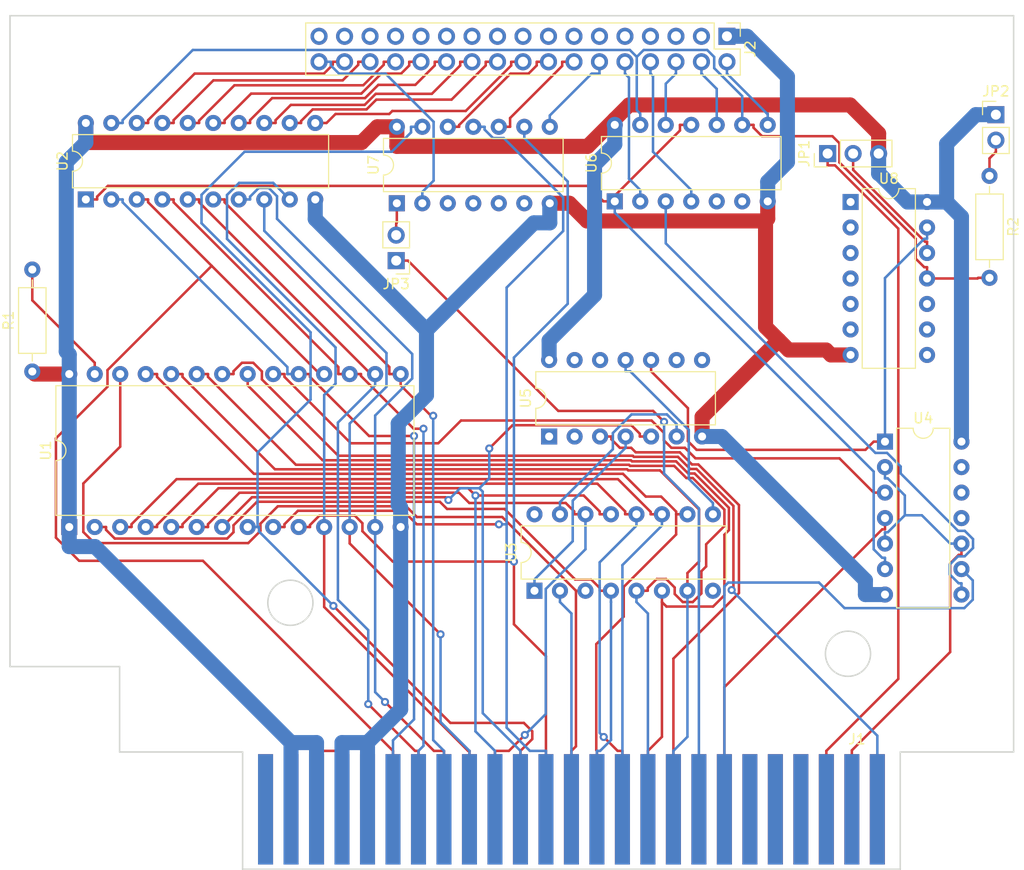
<source format=kicad_pcb>
(kicad_pcb (version 20171130) (host pcbnew "(5.1.5)-3")

  (general
    (thickness 1.6)
    (drawings 14)
    (tracks 731)
    (zones 0)
    (modules 15)
    (nets 63)
  )

  (page A4)
  (layers
    (0 F.Cu signal)
    (31 B.Cu signal)
    (32 B.Adhes user)
    (33 F.Adhes user)
    (34 B.Paste user)
    (35 F.Paste user)
    (36 B.SilkS user)
    (37 F.SilkS user)
    (38 B.Mask user)
    (39 F.Mask user)
    (40 Dwgs.User user)
    (41 Cmts.User user)
    (42 Eco1.User user)
    (43 Eco2.User user)
    (44 Edge.Cuts user)
    (45 Margin user)
    (46 B.CrtYd user)
    (47 F.CrtYd user)
    (48 B.Fab user)
    (49 F.Fab user)
  )

  (setup
    (last_trace_width 0.25)
    (trace_clearance 0.2)
    (zone_clearance 0.508)
    (zone_45_only no)
    (trace_min 0.2)
    (via_size 0.8)
    (via_drill 0.4)
    (via_min_size 0.4)
    (via_min_drill 0.3)
    (uvia_size 0.3)
    (uvia_drill 0.1)
    (uvias_allowed no)
    (uvia_min_size 0.2)
    (uvia_min_drill 0.1)
    (edge_width 0.05)
    (segment_width 0.2)
    (pcb_text_width 0.3)
    (pcb_text_size 1.5 1.5)
    (mod_edge_width 0.12)
    (mod_text_size 1 1)
    (mod_text_width 0.15)
    (pad_size 1.524 1.524)
    (pad_drill 0.762)
    (pad_to_mask_clearance 0.051)
    (solder_mask_min_width 0.25)
    (aux_axis_origin 0 0)
    (visible_elements 7FFFFFFF)
    (pcbplotparams
      (layerselection 0x010fc_ffffffff)
      (usegerberextensions false)
      (usegerberattributes false)
      (usegerberadvancedattributes false)
      (creategerberjobfile false)
      (excludeedgelayer true)
      (linewidth 0.100000)
      (plotframeref false)
      (viasonmask false)
      (mode 1)
      (useauxorigin false)
      (hpglpennumber 1)
      (hpglpenspeed 20)
      (hpglpendiameter 15.000000)
      (psnegative false)
      (psa4output false)
      (plotreference true)
      (plotvalue true)
      (plotinvisibletext false)
      (padsonsilk false)
      (subtractmaskfromsilk false)
      (outputformat 1)
      (mirror false)
      (drillshape 1)
      (scaleselection 1)
      (outputdirectory ""))
  )

  (net 0 "")
  (net 1 _SLTSL)
  (net 2 A10)
  (net 3 A6)
  (net 4 A8)
  (net 5 A13)
  (net 6 A0)
  (net 7 A2)
  (net 8 A4)
  (net 9 D0)
  (net 10 D2)
  (net 11 D4)
  (net 12 D6)
  (net 13 "Net-(J1-Pad44)")
  (net 14 5V)
  (net 15 GND)
  (net 16 D7)
  (net 17 D5)
  (net 18 D3)
  (net 19 D1)
  (net 20 A5)
  (net 21 A3)
  (net 22 A1)
  (net 23 A12)
  (net 24 A7)
  (net 25 A11)
  (net 26 A9)
  (net 27 _CS1)
  (net 28 _RFSH)
  (net 29 _RD)
  (net 30 A15)
  (net 31 A14)
  (net 32 _RESET)
  (net 33 _WR)
  (net 34 PB34)
  (net 35 PB32)
  (net 36 PB30)
  (net 37 PB28)
  (net 38 PB26)
  (net 39 PB24)
  (net 40 PB22)
  (net 41 PB20)
  (net 42 PB18)
  (net 43 PB16)
  (net 44 PB14)
  (net 45 PB12)
  (net 46 PB10)
  (net 47 PB8)
  (net 48 PB6)
  (net 49 PB4)
  (net 50 PB2)
  (net 51 _ROM_CE)
  (net 52 _CS)
  (net 53 _RE)
  (net 54 "Net-(U3-Pad15)")
  (net 55 "Net-(U3-Pad9)")
  (net 56 "Net-(U3-Pad1)")
  (net 57 _WE)
  (net 58 "Net-(U4-Pad1)")
  (net 59 "Net-(JP1-Pad2)")
  (net 60 "Net-(JP2-Pad2)")
  (net 61 "Net-(JP3-Pad2)")
  (net 62 "Net-(R1-Pad2)")

  (net_class Default "This is the default net class."
    (clearance 0.2)
    (trace_width 0.25)
    (via_dia 0.8)
    (via_drill 0.4)
    (uvia_dia 0.3)
    (uvia_drill 0.1)
    (add_net A0)
    (add_net A1)
    (add_net A10)
    (add_net A11)
    (add_net A12)
    (add_net A13)
    (add_net A14)
    (add_net A15)
    (add_net A2)
    (add_net A3)
    (add_net A4)
    (add_net A5)
    (add_net A6)
    (add_net A7)
    (add_net A8)
    (add_net A9)
    (add_net D0)
    (add_net D1)
    (add_net D2)
    (add_net D3)
    (add_net D4)
    (add_net D5)
    (add_net D6)
    (add_net D7)
    (add_net "Net-(J1-Pad44)")
    (add_net "Net-(JP1-Pad2)")
    (add_net "Net-(JP2-Pad2)")
    (add_net "Net-(JP3-Pad2)")
    (add_net "Net-(R1-Pad2)")
    (add_net "Net-(U3-Pad1)")
    (add_net "Net-(U3-Pad15)")
    (add_net "Net-(U3-Pad9)")
    (add_net "Net-(U4-Pad1)")
    (add_net PB10)
    (add_net PB12)
    (add_net PB14)
    (add_net PB16)
    (add_net PB18)
    (add_net PB2)
    (add_net PB20)
    (add_net PB22)
    (add_net PB24)
    (add_net PB26)
    (add_net PB28)
    (add_net PB30)
    (add_net PB32)
    (add_net PB34)
    (add_net PB4)
    (add_net PB6)
    (add_net PB8)
    (add_net _CS)
    (add_net _CS1)
    (add_net _RD)
    (add_net _RE)
    (add_net _RESET)
    (add_net _RFSH)
    (add_net _ROM_CE)
    (add_net _SLTSL)
    (add_net _WE)
    (add_net _WR)
  )

  (net_class Power ""
    (clearance 0.4)
    (trace_width 1.5)
    (via_dia 2)
    (via_drill 1)
    (uvia_dia 0.3)
    (uvia_drill 0.1)
    (add_net 5V)
    (add_net GND)
  )

  (module Resistor_THT:R_Axial_DIN0207_L6.3mm_D2.5mm_P10.16mm_Horizontal (layer F.Cu) (tedit 5AE5139B) (tstamp 5FF8E030)
    (at 216.598 72.9615 270)
    (descr "Resistor, Axial_DIN0207 series, Axial, Horizontal, pin pitch=10.16mm, 0.25W = 1/4W, length*diameter=6.3*2.5mm^2, http://cdn-reichelt.de/documents/datenblatt/B400/1_4W%23YAG.pdf")
    (tags "Resistor Axial_DIN0207 series Axial Horizontal pin pitch 10.16mm 0.25W = 1/4W length 6.3mm diameter 2.5mm")
    (path /5FFFBB1A)
    (fp_text reference R2 (at 5.08 -2.37 90) (layer F.SilkS)
      (effects (font (size 1 1) (thickness 0.15)))
    )
    (fp_text value 330R (at 5.08 2.37 90) (layer F.Fab)
      (effects (font (size 1 1) (thickness 0.15)))
    )
    (fp_text user %R (at 5.08 0 90) (layer F.Fab)
      (effects (font (size 1 1) (thickness 0.15)))
    )
    (fp_line (start 11.21 -1.5) (end -1.05 -1.5) (layer F.CrtYd) (width 0.05))
    (fp_line (start 11.21 1.5) (end 11.21 -1.5) (layer F.CrtYd) (width 0.05))
    (fp_line (start -1.05 1.5) (end 11.21 1.5) (layer F.CrtYd) (width 0.05))
    (fp_line (start -1.05 -1.5) (end -1.05 1.5) (layer F.CrtYd) (width 0.05))
    (fp_line (start 9.12 0) (end 8.35 0) (layer F.SilkS) (width 0.12))
    (fp_line (start 1.04 0) (end 1.81 0) (layer F.SilkS) (width 0.12))
    (fp_line (start 8.35 -1.37) (end 1.81 -1.37) (layer F.SilkS) (width 0.12))
    (fp_line (start 8.35 1.37) (end 8.35 -1.37) (layer F.SilkS) (width 0.12))
    (fp_line (start 1.81 1.37) (end 8.35 1.37) (layer F.SilkS) (width 0.12))
    (fp_line (start 1.81 -1.37) (end 1.81 1.37) (layer F.SilkS) (width 0.12))
    (fp_line (start 10.16 0) (end 8.23 0) (layer F.Fab) (width 0.1))
    (fp_line (start 0 0) (end 1.93 0) (layer F.Fab) (width 0.1))
    (fp_line (start 8.23 -1.25) (end 1.93 -1.25) (layer F.Fab) (width 0.1))
    (fp_line (start 8.23 1.25) (end 8.23 -1.25) (layer F.Fab) (width 0.1))
    (fp_line (start 1.93 1.25) (end 8.23 1.25) (layer F.Fab) (width 0.1))
    (fp_line (start 1.93 -1.25) (end 1.93 1.25) (layer F.Fab) (width 0.1))
    (pad 2 thru_hole oval (at 10.16 0 270) (size 1.6 1.6) (drill 0.8) (layers *.Cu *.Mask)
      (net 52 _CS))
    (pad 1 thru_hole circle (at 0 0 270) (size 1.6 1.6) (drill 0.8) (layers *.Cu *.Mask)
      (net 60 "Net-(JP2-Pad2)"))
    (model ${KISYS3DMOD}/Resistor_THT.3dshapes/R_Axial_DIN0207_L6.3mm_D2.5mm_P10.16mm_Horizontal.wrl
      (at (xyz 0 0 0))
      (scale (xyz 1 1 1))
      (rotate (xyz 0 0 0))
    )
  )

  (module Resistor_THT:R_Axial_DIN0207_L6.3mm_D2.5mm_P10.16mm_Horizontal (layer F.Cu) (tedit 5AE5139B) (tstamp 5FF8E019)
    (at 121.222 92.456 90)
    (descr "Resistor, Axial_DIN0207 series, Axial, Horizontal, pin pitch=10.16mm, 0.25W = 1/4W, length*diameter=6.3*2.5mm^2, http://cdn-reichelt.de/documents/datenblatt/B400/1_4W%23YAG.pdf")
    (tags "Resistor Axial_DIN0207 series Axial Horizontal pin pitch 10.16mm 0.25W = 1/4W length 6.3mm diameter 2.5mm")
    (path /5FECBF2C)
    (fp_text reference R1 (at 5.08 -2.37 90) (layer F.SilkS)
      (effects (font (size 1 1) (thickness 0.15)))
    )
    (fp_text value 10K (at 5.08 2.37 90) (layer F.Fab)
      (effects (font (size 1 1) (thickness 0.15)))
    )
    (fp_text user %R (at 5.08 0 90) (layer F.Fab)
      (effects (font (size 1 1) (thickness 0.15)))
    )
    (fp_line (start 11.21 -1.5) (end -1.05 -1.5) (layer F.CrtYd) (width 0.05))
    (fp_line (start 11.21 1.5) (end 11.21 -1.5) (layer F.CrtYd) (width 0.05))
    (fp_line (start -1.05 1.5) (end 11.21 1.5) (layer F.CrtYd) (width 0.05))
    (fp_line (start -1.05 -1.5) (end -1.05 1.5) (layer F.CrtYd) (width 0.05))
    (fp_line (start 9.12 0) (end 8.35 0) (layer F.SilkS) (width 0.12))
    (fp_line (start 1.04 0) (end 1.81 0) (layer F.SilkS) (width 0.12))
    (fp_line (start 8.35 -1.37) (end 1.81 -1.37) (layer F.SilkS) (width 0.12))
    (fp_line (start 8.35 1.37) (end 8.35 -1.37) (layer F.SilkS) (width 0.12))
    (fp_line (start 1.81 1.37) (end 8.35 1.37) (layer F.SilkS) (width 0.12))
    (fp_line (start 1.81 -1.37) (end 1.81 1.37) (layer F.SilkS) (width 0.12))
    (fp_line (start 10.16 0) (end 8.23 0) (layer F.Fab) (width 0.1))
    (fp_line (start 0 0) (end 1.93 0) (layer F.Fab) (width 0.1))
    (fp_line (start 8.23 -1.25) (end 1.93 -1.25) (layer F.Fab) (width 0.1))
    (fp_line (start 8.23 1.25) (end 8.23 -1.25) (layer F.Fab) (width 0.1))
    (fp_line (start 1.93 1.25) (end 8.23 1.25) (layer F.Fab) (width 0.1))
    (fp_line (start 1.93 -1.25) (end 1.93 1.25) (layer F.Fab) (width 0.1))
    (pad 2 thru_hole oval (at 10.16 0 90) (size 1.6 1.6) (drill 0.8) (layers *.Cu *.Mask)
      (net 62 "Net-(R1-Pad2)"))
    (pad 1 thru_hole circle (at 0 0 90) (size 1.6 1.6) (drill 0.8) (layers *.Cu *.Mask)
      (net 14 5V))
    (model ${KISYS3DMOD}/Resistor_THT.3dshapes/R_Axial_DIN0207_L6.3mm_D2.5mm_P10.16mm_Horizontal.wrl
      (at (xyz 0 0 0))
      (scale (xyz 1 1 1))
      (rotate (xyz 0 0 0))
    )
  )

  (module Connector_PinHeader_2.54mm:PinHeader_1x02_P2.54mm_Vertical (layer F.Cu) (tedit 59FED5CC) (tstamp 5FF8E002)
    (at 157.48 81.407 180)
    (descr "Through hole straight pin header, 1x02, 2.54mm pitch, single row")
    (tags "Through hole pin header THT 1x02 2.54mm single row")
    (path /5FFF0D6F)
    (fp_text reference JP3 (at 0 -2.33) (layer F.SilkS)
      (effects (font (size 1 1) (thickness 0.15)))
    )
    (fp_text value Jumper (at 0 4.87) (layer F.Fab)
      (effects (font (size 1 1) (thickness 0.15)))
    )
    (fp_text user %R (at 0 1.27 90) (layer F.Fab)
      (effects (font (size 1 1) (thickness 0.15)))
    )
    (fp_line (start 1.8 -1.8) (end -1.8 -1.8) (layer F.CrtYd) (width 0.05))
    (fp_line (start 1.8 4.35) (end 1.8 -1.8) (layer F.CrtYd) (width 0.05))
    (fp_line (start -1.8 4.35) (end 1.8 4.35) (layer F.CrtYd) (width 0.05))
    (fp_line (start -1.8 -1.8) (end -1.8 4.35) (layer F.CrtYd) (width 0.05))
    (fp_line (start -1.33 -1.33) (end 0 -1.33) (layer F.SilkS) (width 0.12))
    (fp_line (start -1.33 0) (end -1.33 -1.33) (layer F.SilkS) (width 0.12))
    (fp_line (start -1.33 1.27) (end 1.33 1.27) (layer F.SilkS) (width 0.12))
    (fp_line (start 1.33 1.27) (end 1.33 3.87) (layer F.SilkS) (width 0.12))
    (fp_line (start -1.33 1.27) (end -1.33 3.87) (layer F.SilkS) (width 0.12))
    (fp_line (start -1.33 3.87) (end 1.33 3.87) (layer F.SilkS) (width 0.12))
    (fp_line (start -1.27 -0.635) (end -0.635 -1.27) (layer F.Fab) (width 0.1))
    (fp_line (start -1.27 3.81) (end -1.27 -0.635) (layer F.Fab) (width 0.1))
    (fp_line (start 1.27 3.81) (end -1.27 3.81) (layer F.Fab) (width 0.1))
    (fp_line (start 1.27 -1.27) (end 1.27 3.81) (layer F.Fab) (width 0.1))
    (fp_line (start -0.635 -1.27) (end 1.27 -1.27) (layer F.Fab) (width 0.1))
    (pad 2 thru_hole oval (at 0 2.54 180) (size 1.7 1.7) (drill 1) (layers *.Cu *.Mask)
      (net 61 "Net-(JP3-Pad2)"))
    (pad 1 thru_hole rect (at 0 0 180) (size 1.7 1.7) (drill 1) (layers *.Cu *.Mask)
      (net 32 _RESET))
    (model ${KISYS3DMOD}/Connector_PinHeader_2.54mm.3dshapes/PinHeader_1x02_P2.54mm_Vertical.wrl
      (at (xyz 0 0 0))
      (scale (xyz 1 1 1))
      (rotate (xyz 0 0 0))
    )
  )

  (module Connector_PinHeader_2.54mm:PinHeader_1x02_P2.54mm_Vertical (layer F.Cu) (tedit 59FED5CC) (tstamp 5FF8DFEC)
    (at 217.234 66.8655)
    (descr "Through hole straight pin header, 1x02, 2.54mm pitch, single row")
    (tags "Through hole pin header THT 1x02 2.54mm single row")
    (path /5FFF87C9)
    (fp_text reference JP2 (at 0 -2.33) (layer F.SilkS)
      (effects (font (size 1 1) (thickness 0.15)))
    )
    (fp_text value Jumper (at 0 4.87) (layer F.Fab)
      (effects (font (size 1 1) (thickness 0.15)))
    )
    (fp_text user %R (at 0 1.27 90) (layer F.Fab)
      (effects (font (size 1 1) (thickness 0.15)))
    )
    (fp_line (start 1.8 -1.8) (end -1.8 -1.8) (layer F.CrtYd) (width 0.05))
    (fp_line (start 1.8 4.35) (end 1.8 -1.8) (layer F.CrtYd) (width 0.05))
    (fp_line (start -1.8 4.35) (end 1.8 4.35) (layer F.CrtYd) (width 0.05))
    (fp_line (start -1.8 -1.8) (end -1.8 4.35) (layer F.CrtYd) (width 0.05))
    (fp_line (start -1.33 -1.33) (end 0 -1.33) (layer F.SilkS) (width 0.12))
    (fp_line (start -1.33 0) (end -1.33 -1.33) (layer F.SilkS) (width 0.12))
    (fp_line (start -1.33 1.27) (end 1.33 1.27) (layer F.SilkS) (width 0.12))
    (fp_line (start 1.33 1.27) (end 1.33 3.87) (layer F.SilkS) (width 0.12))
    (fp_line (start -1.33 1.27) (end -1.33 3.87) (layer F.SilkS) (width 0.12))
    (fp_line (start -1.33 3.87) (end 1.33 3.87) (layer F.SilkS) (width 0.12))
    (fp_line (start -1.27 -0.635) (end -0.635 -1.27) (layer F.Fab) (width 0.1))
    (fp_line (start -1.27 3.81) (end -1.27 -0.635) (layer F.Fab) (width 0.1))
    (fp_line (start 1.27 3.81) (end -1.27 3.81) (layer F.Fab) (width 0.1))
    (fp_line (start 1.27 -1.27) (end 1.27 3.81) (layer F.Fab) (width 0.1))
    (fp_line (start -0.635 -1.27) (end 1.27 -1.27) (layer F.Fab) (width 0.1))
    (pad 2 thru_hole oval (at 0 2.54) (size 1.7 1.7) (drill 1) (layers *.Cu *.Mask)
      (net 60 "Net-(JP2-Pad2)"))
    (pad 1 thru_hole rect (at 0 0) (size 1.7 1.7) (drill 1) (layers *.Cu *.Mask)
      (net 14 5V))
    (model ${KISYS3DMOD}/Connector_PinHeader_2.54mm.3dshapes/PinHeader_1x02_P2.54mm_Vertical.wrl
      (at (xyz 0 0 0))
      (scale (xyz 1 1 1))
      (rotate (xyz 0 0 0))
    )
  )

  (module Connector_PinHeader_2.54mm:PinHeader_1x03_P2.54mm_Vertical (layer F.Cu) (tedit 59FED5CC) (tstamp 5FF8DFD6)
    (at 200.47 70.739 90)
    (descr "Through hole straight pin header, 1x03, 2.54mm pitch, single row")
    (tags "Through hole pin header THT 1x03 2.54mm single row")
    (path /5FFF504E)
    (fp_text reference JP1 (at 0 -2.33 90) (layer F.SilkS)
      (effects (font (size 1 1) (thickness 0.15)))
    )
    (fp_text value Jumper_NC_Dual (at 0 7.41 90) (layer F.Fab)
      (effects (font (size 1 1) (thickness 0.15)))
    )
    (fp_text user %R (at 0 2.54) (layer F.Fab)
      (effects (font (size 1 1) (thickness 0.15)))
    )
    (fp_line (start 1.8 -1.8) (end -1.8 -1.8) (layer F.CrtYd) (width 0.05))
    (fp_line (start 1.8 6.85) (end 1.8 -1.8) (layer F.CrtYd) (width 0.05))
    (fp_line (start -1.8 6.85) (end 1.8 6.85) (layer F.CrtYd) (width 0.05))
    (fp_line (start -1.8 -1.8) (end -1.8 6.85) (layer F.CrtYd) (width 0.05))
    (fp_line (start -1.33 -1.33) (end 0 -1.33) (layer F.SilkS) (width 0.12))
    (fp_line (start -1.33 0) (end -1.33 -1.33) (layer F.SilkS) (width 0.12))
    (fp_line (start -1.33 1.27) (end 1.33 1.27) (layer F.SilkS) (width 0.12))
    (fp_line (start 1.33 1.27) (end 1.33 6.41) (layer F.SilkS) (width 0.12))
    (fp_line (start -1.33 1.27) (end -1.33 6.41) (layer F.SilkS) (width 0.12))
    (fp_line (start -1.33 6.41) (end 1.33 6.41) (layer F.SilkS) (width 0.12))
    (fp_line (start -1.27 -0.635) (end -0.635 -1.27) (layer F.Fab) (width 0.1))
    (fp_line (start -1.27 6.35) (end -1.27 -0.635) (layer F.Fab) (width 0.1))
    (fp_line (start 1.27 6.35) (end -1.27 6.35) (layer F.Fab) (width 0.1))
    (fp_line (start 1.27 -1.27) (end 1.27 6.35) (layer F.Fab) (width 0.1))
    (fp_line (start -0.635 -1.27) (end 1.27 -1.27) (layer F.Fab) (width 0.1))
    (pad 3 thru_hole oval (at 0 5.08 90) (size 1.7 1.7) (drill 1) (layers *.Cu *.Mask)
      (net 14 5V))
    (pad 2 thru_hole oval (at 0 2.54 90) (size 1.7 1.7) (drill 1) (layers *.Cu *.Mask)
      (net 59 "Net-(JP1-Pad2)"))
    (pad 1 thru_hole rect (at 0 0 90) (size 1.7 1.7) (drill 1) (layers *.Cu *.Mask)
      (net 28 _RFSH))
    (model ${KISYS3DMOD}/Connector_PinHeader_2.54mm.3dshapes/PinHeader_1x03_P2.54mm_Vertical.wrl
      (at (xyz 0 0 0))
      (scale (xyz 1 1 1))
      (rotate (xyz 0 0 0))
    )
  )

  (module Package_DIP:DIP-14_W7.62mm (layer F.Cu) (tedit 5A02E8C5) (tstamp 5FF8BA3D)
    (at 202.756 75.565)
    (descr "14-lead though-hole mounted DIP package, row spacing 7.62 mm (300 mils)")
    (tags "THT DIP DIL PDIP 2.54mm 7.62mm 300mil")
    (path /5FEF00B7)
    (fp_text reference U8 (at 3.81 -2.33) (layer F.SilkS)
      (effects (font (size 1 1) (thickness 0.15)))
    )
    (fp_text value 74LS00 (at 3.81 17.57) (layer F.Fab)
      (effects (font (size 1 1) (thickness 0.15)))
    )
    (fp_text user %R (at 3.81 7.62) (layer F.Fab)
      (effects (font (size 1 1) (thickness 0.15)))
    )
    (fp_line (start 8.7 -1.55) (end -1.1 -1.55) (layer F.CrtYd) (width 0.05))
    (fp_line (start 8.7 16.8) (end 8.7 -1.55) (layer F.CrtYd) (width 0.05))
    (fp_line (start -1.1 16.8) (end 8.7 16.8) (layer F.CrtYd) (width 0.05))
    (fp_line (start -1.1 -1.55) (end -1.1 16.8) (layer F.CrtYd) (width 0.05))
    (fp_line (start 6.46 -1.33) (end 4.81 -1.33) (layer F.SilkS) (width 0.12))
    (fp_line (start 6.46 16.57) (end 6.46 -1.33) (layer F.SilkS) (width 0.12))
    (fp_line (start 1.16 16.57) (end 6.46 16.57) (layer F.SilkS) (width 0.12))
    (fp_line (start 1.16 -1.33) (end 1.16 16.57) (layer F.SilkS) (width 0.12))
    (fp_line (start 2.81 -1.33) (end 1.16 -1.33) (layer F.SilkS) (width 0.12))
    (fp_line (start 0.635 -0.27) (end 1.635 -1.27) (layer F.Fab) (width 0.1))
    (fp_line (start 0.635 16.51) (end 0.635 -0.27) (layer F.Fab) (width 0.1))
    (fp_line (start 6.985 16.51) (end 0.635 16.51) (layer F.Fab) (width 0.1))
    (fp_line (start 6.985 -1.27) (end 6.985 16.51) (layer F.Fab) (width 0.1))
    (fp_line (start 1.635 -1.27) (end 6.985 -1.27) (layer F.Fab) (width 0.1))
    (fp_arc (start 3.81 -1.33) (end 2.81 -1.33) (angle -180) (layer F.SilkS) (width 0.12))
    (pad 14 thru_hole oval (at 7.62 0) (size 1.6 1.6) (drill 0.8) (layers *.Cu *.Mask)
      (net 14 5V))
    (pad 7 thru_hole oval (at 0 15.24) (size 1.6 1.6) (drill 0.8) (layers *.Cu *.Mask)
      (net 15 GND))
    (pad 13 thru_hole oval (at 7.62 2.54) (size 1.6 1.6) (drill 0.8) (layers *.Cu *.Mask)
      (net 58 "Net-(U4-Pad1)"))
    (pad 6 thru_hole oval (at 0 12.7) (size 1.6 1.6) (drill 0.8) (layers *.Cu *.Mask))
    (pad 12 thru_hole oval (at 7.62 5.08) (size 1.6 1.6) (drill 0.8) (layers *.Cu *.Mask)
      (net 59 "Net-(JP1-Pad2)"))
    (pad 5 thru_hole oval (at 0 10.16) (size 1.6 1.6) (drill 0.8) (layers *.Cu *.Mask))
    (pad 11 thru_hole oval (at 7.62 7.62) (size 1.6 1.6) (drill 0.8) (layers *.Cu *.Mask)
      (net 52 _CS))
    (pad 4 thru_hole oval (at 0 7.62) (size 1.6 1.6) (drill 0.8) (layers *.Cu *.Mask))
    (pad 10 thru_hole oval (at 7.62 10.16) (size 1.6 1.6) (drill 0.8) (layers *.Cu *.Mask))
    (pad 3 thru_hole oval (at 0 5.08) (size 1.6 1.6) (drill 0.8) (layers *.Cu *.Mask))
    (pad 9 thru_hole oval (at 7.62 12.7) (size 1.6 1.6) (drill 0.8) (layers *.Cu *.Mask))
    (pad 2 thru_hole oval (at 0 2.54) (size 1.6 1.6) (drill 0.8) (layers *.Cu *.Mask))
    (pad 8 thru_hole oval (at 7.62 15.24) (size 1.6 1.6) (drill 0.8) (layers *.Cu *.Mask))
    (pad 1 thru_hole rect (at 0 0) (size 1.6 1.6) (drill 0.8) (layers *.Cu *.Mask))
    (model ${KISYS3DMOD}/Package_DIP.3dshapes/DIP-14_W7.62mm.wrl
      (at (xyz 0 0 0))
      (scale (xyz 1 1 1))
      (rotate (xyz 0 0 0))
    )
  )

  (module Package_DIP:DIP-14_W7.62mm (layer F.Cu) (tedit 5A02E8C5) (tstamp 5FF8BA1B)
    (at 157.544 75.692 90)
    (descr "14-lead though-hole mounted DIP package, row spacing 7.62 mm (300 mils)")
    (tags "THT DIP DIL PDIP 2.54mm 7.62mm 300mil")
    (path /5FED93D7)
    (fp_text reference U7 (at 3.81 -2.33 90) (layer F.SilkS)
      (effects (font (size 1 1) (thickness 0.15)))
    )
    (fp_text value 74LS07 (at 3.81 17.57 90) (layer F.Fab)
      (effects (font (size 1 1) (thickness 0.15)))
    )
    (fp_text user %R (at 3.81 7.62 90) (layer F.Fab)
      (effects (font (size 1 1) (thickness 0.15)))
    )
    (fp_line (start 8.7 -1.55) (end -1.1 -1.55) (layer F.CrtYd) (width 0.05))
    (fp_line (start 8.7 16.8) (end 8.7 -1.55) (layer F.CrtYd) (width 0.05))
    (fp_line (start -1.1 16.8) (end 8.7 16.8) (layer F.CrtYd) (width 0.05))
    (fp_line (start -1.1 -1.55) (end -1.1 16.8) (layer F.CrtYd) (width 0.05))
    (fp_line (start 6.46 -1.33) (end 4.81 -1.33) (layer F.SilkS) (width 0.12))
    (fp_line (start 6.46 16.57) (end 6.46 -1.33) (layer F.SilkS) (width 0.12))
    (fp_line (start 1.16 16.57) (end 6.46 16.57) (layer F.SilkS) (width 0.12))
    (fp_line (start 1.16 -1.33) (end 1.16 16.57) (layer F.SilkS) (width 0.12))
    (fp_line (start 2.81 -1.33) (end 1.16 -1.33) (layer F.SilkS) (width 0.12))
    (fp_line (start 0.635 -0.27) (end 1.635 -1.27) (layer F.Fab) (width 0.1))
    (fp_line (start 0.635 16.51) (end 0.635 -0.27) (layer F.Fab) (width 0.1))
    (fp_line (start 6.985 16.51) (end 0.635 16.51) (layer F.Fab) (width 0.1))
    (fp_line (start 6.985 -1.27) (end 6.985 16.51) (layer F.Fab) (width 0.1))
    (fp_line (start 1.635 -1.27) (end 6.985 -1.27) (layer F.Fab) (width 0.1))
    (fp_arc (start 3.81 -1.33) (end 2.81 -1.33) (angle -180) (layer F.SilkS) (width 0.12))
    (pad 14 thru_hole oval (at 7.62 0 90) (size 1.6 1.6) (drill 0.8) (layers *.Cu *.Mask)
      (net 14 5V))
    (pad 7 thru_hole oval (at 0 15.24 90) (size 1.6 1.6) (drill 0.8) (layers *.Cu *.Mask)
      (net 15 GND))
    (pad 13 thru_hole oval (at 7.62 2.54 90) (size 1.6 1.6) (drill 0.8) (layers *.Cu *.Mask)
      (net 7 A2))
    (pad 6 thru_hole oval (at 0 12.7 90) (size 1.6 1.6) (drill 0.8) (layers *.Cu *.Mask))
    (pad 12 thru_hole oval (at 7.62 5.08 90) (size 1.6 1.6) (drill 0.8) (layers *.Cu *.Mask)
      (net 43 PB16))
    (pad 5 thru_hole oval (at 0 10.16 90) (size 1.6 1.6) (drill 0.8) (layers *.Cu *.Mask))
    (pad 11 thru_hole oval (at 7.62 7.62 90) (size 1.6 1.6) (drill 0.8) (layers *.Cu *.Mask)
      (net 22 A1))
    (pad 4 thru_hole oval (at 0 7.62 90) (size 1.6 1.6) (drill 0.8) (layers *.Cu *.Mask))
    (pad 10 thru_hole oval (at 7.62 10.16 90) (size 1.6 1.6) (drill 0.8) (layers *.Cu *.Mask)
      (net 44 PB14))
    (pad 3 thru_hole oval (at 0 5.08 90) (size 1.6 1.6) (drill 0.8) (layers *.Cu *.Mask))
    (pad 9 thru_hole oval (at 7.62 12.7 90) (size 1.6 1.6) (drill 0.8) (layers *.Cu *.Mask)
      (net 6 A0))
    (pad 2 thru_hole oval (at 0 2.54 90) (size 1.6 1.6) (drill 0.8) (layers *.Cu *.Mask)
      (net 34 PB34))
    (pad 8 thru_hole oval (at 7.62 15.24 90) (size 1.6 1.6) (drill 0.8) (layers *.Cu *.Mask)
      (net 45 PB12))
    (pad 1 thru_hole rect (at 0 0 90) (size 1.6 1.6) (drill 0.8) (layers *.Cu *.Mask)
      (net 61 "Net-(JP3-Pad2)"))
    (model ${KISYS3DMOD}/Package_DIP.3dshapes/DIP-14_W7.62mm.wrl
      (at (xyz 0 0 0))
      (scale (xyz 1 1 1))
      (rotate (xyz 0 0 0))
    )
  )

  (module Package_DIP:DIP-14_W7.62mm (layer F.Cu) (tedit 5A02E8C5) (tstamp 5FF8B9F9)
    (at 179.26 75.5015 90)
    (descr "14-lead though-hole mounted DIP package, row spacing 7.62 mm (300 mils)")
    (tags "THT DIP DIL PDIP 2.54mm 7.62mm 300mil")
    (path /5FEC4F6C)
    (fp_text reference U6 (at 3.81 -2.33 90) (layer F.SilkS)
      (effects (font (size 1 1) (thickness 0.15)))
    )
    (fp_text value 74LS07 (at 3.81 17.57 90) (layer F.Fab)
      (effects (font (size 1 1) (thickness 0.15)))
    )
    (fp_text user %R (at 3.81 7.62 90) (layer F.Fab)
      (effects (font (size 1 1) (thickness 0.15)))
    )
    (fp_line (start 8.7 -1.55) (end -1.1 -1.55) (layer F.CrtYd) (width 0.05))
    (fp_line (start 8.7 16.8) (end 8.7 -1.55) (layer F.CrtYd) (width 0.05))
    (fp_line (start -1.1 16.8) (end 8.7 16.8) (layer F.CrtYd) (width 0.05))
    (fp_line (start -1.1 -1.55) (end -1.1 16.8) (layer F.CrtYd) (width 0.05))
    (fp_line (start 6.46 -1.33) (end 4.81 -1.33) (layer F.SilkS) (width 0.12))
    (fp_line (start 6.46 16.57) (end 6.46 -1.33) (layer F.SilkS) (width 0.12))
    (fp_line (start 1.16 16.57) (end 6.46 16.57) (layer F.SilkS) (width 0.12))
    (fp_line (start 1.16 -1.33) (end 1.16 16.57) (layer F.SilkS) (width 0.12))
    (fp_line (start 2.81 -1.33) (end 1.16 -1.33) (layer F.SilkS) (width 0.12))
    (fp_line (start 0.635 -0.27) (end 1.635 -1.27) (layer F.Fab) (width 0.1))
    (fp_line (start 0.635 16.51) (end 0.635 -0.27) (layer F.Fab) (width 0.1))
    (fp_line (start 6.985 16.51) (end 0.635 16.51) (layer F.Fab) (width 0.1))
    (fp_line (start 6.985 -1.27) (end 6.985 16.51) (layer F.Fab) (width 0.1))
    (fp_line (start 1.635 -1.27) (end 6.985 -1.27) (layer F.Fab) (width 0.1))
    (fp_arc (start 3.81 -1.33) (end 2.81 -1.33) (angle -180) (layer F.SilkS) (width 0.12))
    (pad 14 thru_hole oval (at 7.62 0 90) (size 1.6 1.6) (drill 0.8) (layers *.Cu *.Mask)
      (net 14 5V))
    (pad 7 thru_hole oval (at 0 15.24 90) (size 1.6 1.6) (drill 0.8) (layers *.Cu *.Mask)
      (net 15 GND))
    (pad 13 thru_hole oval (at 7.62 2.54 90) (size 1.6 1.6) (drill 0.8) (layers *.Cu *.Mask)
      (net 52 _CS))
    (pad 6 thru_hole oval (at 0 12.7 90) (size 1.6 1.6) (drill 0.8) (layers *.Cu *.Mask))
    (pad 12 thru_hole oval (at 7.62 5.08 90) (size 1.6 1.6) (drill 0.8) (layers *.Cu *.Mask)
      (net 48 PB6))
    (pad 5 thru_hole oval (at 0 10.16 90) (size 1.6 1.6) (drill 0.8) (layers *.Cu *.Mask))
    (pad 11 thru_hole oval (at 7.62 7.62 90) (size 1.6 1.6) (drill 0.8) (layers *.Cu *.Mask)
      (net 53 _RE))
    (pad 4 thru_hole oval (at 0 7.62 90) (size 1.6 1.6) (drill 0.8) (layers *.Cu *.Mask)
      (net 47 PB8))
    (pad 10 thru_hole oval (at 7.62 10.16 90) (size 1.6 1.6) (drill 0.8) (layers *.Cu *.Mask)
      (net 49 PB4))
    (pad 3 thru_hole oval (at 0 5.08 90) (size 1.6 1.6) (drill 0.8) (layers *.Cu *.Mask)
      (net 57 _WE))
    (pad 9 thru_hole oval (at 7.62 12.7 90) (size 1.6 1.6) (drill 0.8) (layers *.Cu *.Mask)
      (net 52 _CS))
    (pad 2 thru_hole oval (at 0 2.54 90) (size 1.6 1.6) (drill 0.8) (layers *.Cu *.Mask)
      (net 46 PB10))
    (pad 8 thru_hole oval (at 7.62 15.24 90) (size 1.6 1.6) (drill 0.8) (layers *.Cu *.Mask)
      (net 50 PB2))
    (pad 1 thru_hole rect (at 0 0 90) (size 1.6 1.6) (drill 0.8) (layers *.Cu *.Mask)
      (net 53 _RE))
    (model ${KISYS3DMOD}/Package_DIP.3dshapes/DIP-14_W7.62mm.wrl
      (at (xyz 0 0 0))
      (scale (xyz 1 1 1))
      (rotate (xyz 0 0 0))
    )
  )

  (module Package_DIP:DIP-14_W7.62mm (layer F.Cu) (tedit 5A02E8C5) (tstamp 5FF8B9D7)
    (at 172.72 98.933 90)
    (descr "14-lead though-hole mounted DIP package, row spacing 7.62 mm (300 mils)")
    (tags "THT DIP DIL PDIP 2.54mm 7.62mm 300mil")
    (path /5FEFDCFD)
    (fp_text reference U5 (at 3.81 -2.33 90) (layer F.SilkS)
      (effects (font (size 1 1) (thickness 0.15)))
    )
    (fp_text value 74LS04 (at 3.81 17.57 90) (layer F.Fab)
      (effects (font (size 1 1) (thickness 0.15)))
    )
    (fp_text user %R (at 3.81 7.62 90) (layer F.Fab)
      (effects (font (size 1 1) (thickness 0.15)))
    )
    (fp_line (start 8.7 -1.55) (end -1.1 -1.55) (layer F.CrtYd) (width 0.05))
    (fp_line (start 8.7 16.8) (end 8.7 -1.55) (layer F.CrtYd) (width 0.05))
    (fp_line (start -1.1 16.8) (end 8.7 16.8) (layer F.CrtYd) (width 0.05))
    (fp_line (start -1.1 -1.55) (end -1.1 16.8) (layer F.CrtYd) (width 0.05))
    (fp_line (start 6.46 -1.33) (end 4.81 -1.33) (layer F.SilkS) (width 0.12))
    (fp_line (start 6.46 16.57) (end 6.46 -1.33) (layer F.SilkS) (width 0.12))
    (fp_line (start 1.16 16.57) (end 6.46 16.57) (layer F.SilkS) (width 0.12))
    (fp_line (start 1.16 -1.33) (end 1.16 16.57) (layer F.SilkS) (width 0.12))
    (fp_line (start 2.81 -1.33) (end 1.16 -1.33) (layer F.SilkS) (width 0.12))
    (fp_line (start 0.635 -0.27) (end 1.635 -1.27) (layer F.Fab) (width 0.1))
    (fp_line (start 0.635 16.51) (end 0.635 -0.27) (layer F.Fab) (width 0.1))
    (fp_line (start 6.985 16.51) (end 0.635 16.51) (layer F.Fab) (width 0.1))
    (fp_line (start 6.985 -1.27) (end 6.985 16.51) (layer F.Fab) (width 0.1))
    (fp_line (start 1.635 -1.27) (end 6.985 -1.27) (layer F.Fab) (width 0.1))
    (fp_arc (start 3.81 -1.33) (end 2.81 -1.33) (angle -180) (layer F.SilkS) (width 0.12))
    (pad 14 thru_hole oval (at 7.62 0 90) (size 1.6 1.6) (drill 0.8) (layers *.Cu *.Mask)
      (net 14 5V))
    (pad 7 thru_hole oval (at 0 15.24 90) (size 1.6 1.6) (drill 0.8) (layers *.Cu *.Mask)
      (net 15 GND))
    (pad 13 thru_hole oval (at 7.62 2.54 90) (size 1.6 1.6) (drill 0.8) (layers *.Cu *.Mask))
    (pad 6 thru_hole oval (at 0 12.7 90) (size 1.6 1.6) (drill 0.8) (layers *.Cu *.Mask)
      (net 54 "Net-(U3-Pad15)"))
    (pad 12 thru_hole oval (at 7.62 5.08 90) (size 1.6 1.6) (drill 0.8) (layers *.Cu *.Mask))
    (pad 5 thru_hole oval (at 0 10.16 90) (size 1.6 1.6) (drill 0.8) (layers *.Cu *.Mask)
      (net 21 A3))
    (pad 11 thru_hole oval (at 7.62 7.62 90) (size 1.6 1.6) (drill 0.8) (layers *.Cu *.Mask)
      (net 55 "Net-(U3-Pad9)"))
    (pad 4 thru_hole oval (at 0 7.62 90) (size 1.6 1.6) (drill 0.8) (layers *.Cu *.Mask)
      (net 56 "Net-(U3-Pad1)"))
    (pad 10 thru_hole oval (at 7.62 10.16 90) (size 1.6 1.6) (drill 0.8) (layers *.Cu *.Mask)
      (net 58 "Net-(U4-Pad1)"))
    (pad 3 thru_hole oval (at 0 5.08 90) (size 1.6 1.6) (drill 0.8) (layers *.Cu *.Mask)
      (net 30 A15))
    (pad 9 thru_hole oval (at 7.62 12.7 90) (size 1.6 1.6) (drill 0.8) (layers *.Cu *.Mask))
    (pad 2 thru_hole oval (at 0 2.54 90) (size 1.6 1.6) (drill 0.8) (layers *.Cu *.Mask))
    (pad 8 thru_hole oval (at 7.62 15.24 90) (size 1.6 1.6) (drill 0.8) (layers *.Cu *.Mask))
    (pad 1 thru_hole rect (at 0 0 90) (size 1.6 1.6) (drill 0.8) (layers *.Cu *.Mask))
    (model ${KISYS3DMOD}/Package_DIP.3dshapes/DIP-14_W7.62mm.wrl
      (at (xyz 0 0 0))
      (scale (xyz 1 1 1))
      (rotate (xyz 0 0 0))
    )
  )

  (module Package_DIP:DIP-14_W7.62mm (layer F.Cu) (tedit 5A02E8C5) (tstamp 5FF8B9B5)
    (at 206.184 99.441)
    (descr "14-lead though-hole mounted DIP package, row spacing 7.62 mm (300 mils)")
    (tags "THT DIP DIL PDIP 2.54mm 7.62mm 300mil")
    (path /5FF0F010)
    (fp_text reference U4 (at 3.81 -2.33) (layer F.SilkS)
      (effects (font (size 1 1) (thickness 0.15)))
    )
    (fp_text value 74LS32 (at 3.81 17.57) (layer F.Fab)
      (effects (font (size 1 1) (thickness 0.15)))
    )
    (fp_text user %R (at 3.81 7.62) (layer F.Fab)
      (effects (font (size 1 1) (thickness 0.15)))
    )
    (fp_line (start 8.7 -1.55) (end -1.1 -1.55) (layer F.CrtYd) (width 0.05))
    (fp_line (start 8.7 16.8) (end 8.7 -1.55) (layer F.CrtYd) (width 0.05))
    (fp_line (start -1.1 16.8) (end 8.7 16.8) (layer F.CrtYd) (width 0.05))
    (fp_line (start -1.1 -1.55) (end -1.1 16.8) (layer F.CrtYd) (width 0.05))
    (fp_line (start 6.46 -1.33) (end 4.81 -1.33) (layer F.SilkS) (width 0.12))
    (fp_line (start 6.46 16.57) (end 6.46 -1.33) (layer F.SilkS) (width 0.12))
    (fp_line (start 1.16 16.57) (end 6.46 16.57) (layer F.SilkS) (width 0.12))
    (fp_line (start 1.16 -1.33) (end 1.16 16.57) (layer F.SilkS) (width 0.12))
    (fp_line (start 2.81 -1.33) (end 1.16 -1.33) (layer F.SilkS) (width 0.12))
    (fp_line (start 0.635 -0.27) (end 1.635 -1.27) (layer F.Fab) (width 0.1))
    (fp_line (start 0.635 16.51) (end 0.635 -0.27) (layer F.Fab) (width 0.1))
    (fp_line (start 6.985 16.51) (end 0.635 16.51) (layer F.Fab) (width 0.1))
    (fp_line (start 6.985 -1.27) (end 6.985 16.51) (layer F.Fab) (width 0.1))
    (fp_line (start 1.635 -1.27) (end 6.985 -1.27) (layer F.Fab) (width 0.1))
    (fp_arc (start 3.81 -1.33) (end 2.81 -1.33) (angle -180) (layer F.SilkS) (width 0.12))
    (pad 14 thru_hole oval (at 7.62 0) (size 1.6 1.6) (drill 0.8) (layers *.Cu *.Mask)
      (net 14 5V))
    (pad 7 thru_hole oval (at 0 15.24) (size 1.6 1.6) (drill 0.8) (layers *.Cu *.Mask)
      (net 15 GND))
    (pad 13 thru_hole oval (at 7.62 2.54) (size 1.6 1.6) (drill 0.8) (layers *.Cu *.Mask))
    (pad 6 thru_hole oval (at 0 12.7) (size 1.6 1.6) (drill 0.8) (layers *.Cu *.Mask)
      (net 53 _RE))
    (pad 12 thru_hole oval (at 7.62 5.08) (size 1.6 1.6) (drill 0.8) (layers *.Cu *.Mask))
    (pad 5 thru_hole oval (at 0 10.16) (size 1.6 1.6) (drill 0.8) (layers *.Cu *.Mask)
      (net 1 _SLTSL))
    (pad 11 thru_hole oval (at 7.62 7.62) (size 1.6 1.6) (drill 0.8) (layers *.Cu *.Mask))
    (pad 4 thru_hole oval (at 0 7.62) (size 1.6 1.6) (drill 0.8) (layers *.Cu *.Mask)
      (net 29 _RD))
    (pad 10 thru_hole oval (at 7.62 10.16) (size 1.6 1.6) (drill 0.8) (layers *.Cu *.Mask)
      (net 1 _SLTSL))
    (pad 3 thru_hole oval (at 0 5.08) (size 1.6 1.6) (drill 0.8) (layers *.Cu *.Mask)
      (net 51 _ROM_CE))
    (pad 9 thru_hole oval (at 7.62 12.7) (size 1.6 1.6) (drill 0.8) (layers *.Cu *.Mask)
      (net 33 _WR))
    (pad 2 thru_hole oval (at 0 2.54) (size 1.6 1.6) (drill 0.8) (layers *.Cu *.Mask)
      (net 1 _SLTSL))
    (pad 8 thru_hole oval (at 7.62 15.24) (size 1.6 1.6) (drill 0.8) (layers *.Cu *.Mask)
      (net 57 _WE))
    (pad 1 thru_hole rect (at 0 0) (size 1.6 1.6) (drill 0.8) (layers *.Cu *.Mask)
      (net 58 "Net-(U4-Pad1)"))
    (model ${KISYS3DMOD}/Package_DIP.3dshapes/DIP-14_W7.62mm.wrl
      (at (xyz 0 0 0))
      (scale (xyz 1 1 1))
      (rotate (xyz 0 0 0))
    )
  )

  (module Package_DIP:DIP-16_W7.62mm (layer F.Cu) (tedit 5A02E8C5) (tstamp 5FEB9835)
    (at 171.26 114.3 90)
    (descr "16-lead though-hole mounted DIP package, row spacing 7.62 mm (300 mils)")
    (tags "THT DIP DIL PDIP 2.54mm 7.62mm 300mil")
    (path /5FEDE3AB)
    (fp_text reference U3 (at 3.81 -2.33 90) (layer F.SilkS)
      (effects (font (size 1 1) (thickness 0.15)))
    )
    (fp_text value 74LS133 (at 3.81 20.11 90) (layer F.Fab)
      (effects (font (size 1 1) (thickness 0.15)))
    )
    (fp_text user %R (at 3.81 8.89 90) (layer F.Fab)
      (effects (font (size 1 1) (thickness 0.15)))
    )
    (fp_line (start 8.7 -1.55) (end -1.1 -1.55) (layer F.CrtYd) (width 0.05))
    (fp_line (start 8.7 19.3) (end 8.7 -1.55) (layer F.CrtYd) (width 0.05))
    (fp_line (start -1.1 19.3) (end 8.7 19.3) (layer F.CrtYd) (width 0.05))
    (fp_line (start -1.1 -1.55) (end -1.1 19.3) (layer F.CrtYd) (width 0.05))
    (fp_line (start 6.46 -1.33) (end 4.81 -1.33) (layer F.SilkS) (width 0.12))
    (fp_line (start 6.46 19.11) (end 6.46 -1.33) (layer F.SilkS) (width 0.12))
    (fp_line (start 1.16 19.11) (end 6.46 19.11) (layer F.SilkS) (width 0.12))
    (fp_line (start 1.16 -1.33) (end 1.16 19.11) (layer F.SilkS) (width 0.12))
    (fp_line (start 2.81 -1.33) (end 1.16 -1.33) (layer F.SilkS) (width 0.12))
    (fp_line (start 0.635 -0.27) (end 1.635 -1.27) (layer F.Fab) (width 0.1))
    (fp_line (start 0.635 19.05) (end 0.635 -0.27) (layer F.Fab) (width 0.1))
    (fp_line (start 6.985 19.05) (end 0.635 19.05) (layer F.Fab) (width 0.1))
    (fp_line (start 6.985 -1.27) (end 6.985 19.05) (layer F.Fab) (width 0.1))
    (fp_line (start 1.635 -1.27) (end 6.985 -1.27) (layer F.Fab) (width 0.1))
    (fp_arc (start 3.81 -1.33) (end 2.81 -1.33) (angle -180) (layer F.SilkS) (width 0.12))
    (pad 16 thru_hole oval (at 7.62 0 90) (size 1.6 1.6) (drill 0.8) (layers *.Cu *.Mask))
    (pad 8 thru_hole oval (at 0 17.78 90) (size 1.6 1.6) (drill 0.8) (layers *.Cu *.Mask))
    (pad 15 thru_hole oval (at 7.62 2.54 90) (size 1.6 1.6) (drill 0.8) (layers *.Cu *.Mask)
      (net 54 "Net-(U3-Pad15)"))
    (pad 7 thru_hole oval (at 0 15.24 90) (size 1.6 1.6) (drill 0.8) (layers *.Cu *.Mask)
      (net 26 A9))
    (pad 14 thru_hole oval (at 7.62 5.08 90) (size 1.6 1.6) (drill 0.8) (layers *.Cu *.Mask)
      (net 8 A4))
    (pad 6 thru_hole oval (at 0 12.7 90) (size 1.6 1.6) (drill 0.8) (layers *.Cu *.Mask)
      (net 2 A10))
    (pad 13 thru_hole oval (at 7.62 7.62 90) (size 1.6 1.6) (drill 0.8) (layers *.Cu *.Mask)
      (net 20 A5))
    (pad 5 thru_hole oval (at 0 10.16 90) (size 1.6 1.6) (drill 0.8) (layers *.Cu *.Mask)
      (net 25 A11))
    (pad 12 thru_hole oval (at 7.62 10.16 90) (size 1.6 1.6) (drill 0.8) (layers *.Cu *.Mask)
      (net 3 A6))
    (pad 4 thru_hole oval (at 0 7.62 90) (size 1.6 1.6) (drill 0.8) (layers *.Cu *.Mask)
      (net 23 A12))
    (pad 11 thru_hole oval (at 7.62 12.7 90) (size 1.6 1.6) (drill 0.8) (layers *.Cu *.Mask)
      (net 24 A7))
    (pad 3 thru_hole oval (at 0 5.08 90) (size 1.6 1.6) (drill 0.8) (layers *.Cu *.Mask)
      (net 5 A13))
    (pad 10 thru_hole oval (at 7.62 15.24 90) (size 1.6 1.6) (drill 0.8) (layers *.Cu *.Mask)
      (net 4 A8))
    (pad 2 thru_hole oval (at 0 2.54 90) (size 1.6 1.6) (drill 0.8) (layers *.Cu *.Mask)
      (net 31 A14))
    (pad 9 thru_hole oval (at 7.62 17.78 90) (size 1.6 1.6) (drill 0.8) (layers *.Cu *.Mask)
      (net 55 "Net-(U3-Pad9)"))
    (pad 1 thru_hole rect (at 0 0 90) (size 1.6 1.6) (drill 0.8) (layers *.Cu *.Mask)
      (net 56 "Net-(U3-Pad1)"))
    (model ${KISYS3DMOD}/Package_DIP.3dshapes/DIP-16_W7.62mm.wrl
      (at (xyz 0 0 0))
      (scale (xyz 1 1 1))
      (rotate (xyz 0 0 0))
    )
  )

  (module Package_DIP:DIP-28_W15.24mm (layer F.Cu) (tedit 5A02E8C5) (tstamp 5FEBA148)
    (at 124.904 107.95 90)
    (descr "28-lead though-hole mounted DIP package, row spacing 15.24 mm (600 mils)")
    (tags "THT DIP DIL PDIP 2.54mm 15.24mm 600mil")
    (path /5FEB394B)
    (fp_text reference U1 (at 7.62 -2.33 90) (layer F.SilkS)
      (effects (font (size 1 1) (thickness 0.15)))
    )
    (fp_text value 27C128 (at 7.62 35.35 90) (layer F.Fab)
      (effects (font (size 1 1) (thickness 0.15)))
    )
    (fp_text user %R (at 7.62 16.51 90) (layer F.Fab)
      (effects (font (size 1 1) (thickness 0.15)))
    )
    (fp_line (start 16.3 -1.55) (end -1.05 -1.55) (layer F.CrtYd) (width 0.05))
    (fp_line (start 16.3 34.55) (end 16.3 -1.55) (layer F.CrtYd) (width 0.05))
    (fp_line (start -1.05 34.55) (end 16.3 34.55) (layer F.CrtYd) (width 0.05))
    (fp_line (start -1.05 -1.55) (end -1.05 34.55) (layer F.CrtYd) (width 0.05))
    (fp_line (start 14.08 -1.33) (end 8.62 -1.33) (layer F.SilkS) (width 0.12))
    (fp_line (start 14.08 34.35) (end 14.08 -1.33) (layer F.SilkS) (width 0.12))
    (fp_line (start 1.16 34.35) (end 14.08 34.35) (layer F.SilkS) (width 0.12))
    (fp_line (start 1.16 -1.33) (end 1.16 34.35) (layer F.SilkS) (width 0.12))
    (fp_line (start 6.62 -1.33) (end 1.16 -1.33) (layer F.SilkS) (width 0.12))
    (fp_line (start 0.255 -0.27) (end 1.255 -1.27) (layer F.Fab) (width 0.1))
    (fp_line (start 0.255 34.29) (end 0.255 -0.27) (layer F.Fab) (width 0.1))
    (fp_line (start 14.985 34.29) (end 0.255 34.29) (layer F.Fab) (width 0.1))
    (fp_line (start 14.985 -1.27) (end 14.985 34.29) (layer F.Fab) (width 0.1))
    (fp_line (start 1.255 -1.27) (end 14.985 -1.27) (layer F.Fab) (width 0.1))
    (fp_arc (start 7.62 -1.33) (end 6.62 -1.33) (angle -180) (layer F.SilkS) (width 0.12))
    (pad 28 thru_hole oval (at 15.24 0 90) (size 1.6 1.6) (drill 0.8) (layers *.Cu *.Mask)
      (net 14 5V))
    (pad 14 thru_hole oval (at 0 33.02 90) (size 1.6 1.6) (drill 0.8) (layers *.Cu *.Mask)
      (net 15 GND))
    (pad 27 thru_hole oval (at 15.24 2.54 90) (size 1.6 1.6) (drill 0.8) (layers *.Cu *.Mask)
      (net 62 "Net-(R1-Pad2)"))
    (pad 13 thru_hole oval (at 0 30.48 90) (size 1.6 1.6) (drill 0.8) (layers *.Cu *.Mask)
      (net 10 D2))
    (pad 26 thru_hole oval (at 15.24 5.08 90) (size 1.6 1.6) (drill 0.8) (layers *.Cu *.Mask)
      (net 5 A13))
    (pad 12 thru_hole oval (at 0 27.94 90) (size 1.6 1.6) (drill 0.8) (layers *.Cu *.Mask)
      (net 19 D1))
    (pad 25 thru_hole oval (at 15.24 7.62 90) (size 1.6 1.6) (drill 0.8) (layers *.Cu *.Mask)
      (net 4 A8))
    (pad 11 thru_hole oval (at 0 25.4 90) (size 1.6 1.6) (drill 0.8) (layers *.Cu *.Mask)
      (net 9 D0))
    (pad 24 thru_hole oval (at 15.24 10.16 90) (size 1.6 1.6) (drill 0.8) (layers *.Cu *.Mask)
      (net 26 A9))
    (pad 10 thru_hole oval (at 0 22.86 90) (size 1.6 1.6) (drill 0.8) (layers *.Cu *.Mask)
      (net 6 A0))
    (pad 23 thru_hole oval (at 15.24 12.7 90) (size 1.6 1.6) (drill 0.8) (layers *.Cu *.Mask)
      (net 25 A11))
    (pad 9 thru_hole oval (at 0 20.32 90) (size 1.6 1.6) (drill 0.8) (layers *.Cu *.Mask)
      (net 22 A1))
    (pad 22 thru_hole oval (at 15.24 15.24 90) (size 1.6 1.6) (drill 0.8) (layers *.Cu *.Mask)
      (net 27 _CS1))
    (pad 8 thru_hole oval (at 0 17.78 90) (size 1.6 1.6) (drill 0.8) (layers *.Cu *.Mask)
      (net 7 A2))
    (pad 21 thru_hole oval (at 15.24 17.78 90) (size 1.6 1.6) (drill 0.8) (layers *.Cu *.Mask)
      (net 2 A10))
    (pad 7 thru_hole oval (at 0 15.24 90) (size 1.6 1.6) (drill 0.8) (layers *.Cu *.Mask)
      (net 21 A3))
    (pad 20 thru_hole oval (at 15.24 20.32 90) (size 1.6 1.6) (drill 0.8) (layers *.Cu *.Mask)
      (net 51 _ROM_CE))
    (pad 6 thru_hole oval (at 0 12.7 90) (size 1.6 1.6) (drill 0.8) (layers *.Cu *.Mask)
      (net 8 A4))
    (pad 19 thru_hole oval (at 15.24 22.86 90) (size 1.6 1.6) (drill 0.8) (layers *.Cu *.Mask)
      (net 16 D7))
    (pad 5 thru_hole oval (at 0 10.16 90) (size 1.6 1.6) (drill 0.8) (layers *.Cu *.Mask)
      (net 20 A5))
    (pad 18 thru_hole oval (at 15.24 25.4 90) (size 1.6 1.6) (drill 0.8) (layers *.Cu *.Mask)
      (net 12 D6))
    (pad 4 thru_hole oval (at 0 7.62 90) (size 1.6 1.6) (drill 0.8) (layers *.Cu *.Mask)
      (net 3 A6))
    (pad 17 thru_hole oval (at 15.24 27.94 90) (size 1.6 1.6) (drill 0.8) (layers *.Cu *.Mask)
      (net 17 D5))
    (pad 3 thru_hole oval (at 0 5.08 90) (size 1.6 1.6) (drill 0.8) (layers *.Cu *.Mask)
      (net 24 A7))
    (pad 16 thru_hole oval (at 15.24 30.48 90) (size 1.6 1.6) (drill 0.8) (layers *.Cu *.Mask)
      (net 11 D4))
    (pad 2 thru_hole oval (at 0 2.54 90) (size 1.6 1.6) (drill 0.8) (layers *.Cu *.Mask)
      (net 23 A12))
    (pad 15 thru_hole oval (at 15.24 33.02 90) (size 1.6 1.6) (drill 0.8) (layers *.Cu *.Mask)
      (net 18 D3))
    (pad 1 thru_hole rect (at 0 0 90) (size 1.6 1.6) (drill 0.8) (layers *.Cu *.Mask)
      (net 14 5V))
    (model ${KISYS3DMOD}/Package_DIP.3dshapes/DIP-28_W15.24mm.wrl
      (at (xyz 0 0 0))
      (scale (xyz 1 1 1))
      (rotate (xyz 0 0 0))
    )
  )

  (module "msx cartridge:msx_cartridge" (layer F.Cu) (tedit 56969CFB) (tstamp 5FF90D91)
    (at 174.942 136.208)
    (path /5FF0A245)
    (fp_text reference J1 (at 28.448 -7.112) (layer F.SilkS)
      (effects (font (size 1 1) (thickness 0.15)))
    )
    (fp_text value Conn_02x25_Odd_Even (at 0 -7.62) (layer F.Fab)
      (effects (font (size 1 1) (thickness 0.15)))
    )
    (pad 8 connect rect (at 22.86 -0.127) (size 1.5 11) (layers F.Cu F.Mask))
    (pad 6 connect rect (at 25.4 -0.127) (size 1.5 11) (layers F.Cu F.Mask)
      (net 28 _RFSH))
    (pad 4 connect rect (at 27.94 -0.127) (size 1.5 11) (layers F.Cu F.Mask)
      (net 1 _SLTSL))
    (pad 2 connect rect (at 30.48 -0.127) (size 1.5 11) (layers F.Cu F.Mask))
    (pad 10 connect rect (at 20.32 -0.127) (size 1.5 11) (layers F.Cu F.Mask))
    (pad 12 connect rect (at 17.78 -0.127) (size 1.5 11) (layers F.Cu F.Mask))
    (pad 14 connect rect (at 15.24 -0.127) (size 1.5 11) (layers F.Cu F.Mask)
      (net 29 _RD))
    (pad 16 connect rect (at 12.7 -0.127) (size 1.5 11) (layers F.Cu F.Mask))
    (pad 18 connect rect (at 10.16 -0.127) (size 1.5 11) (layers F.Cu F.Mask)
      (net 30 A15))
    (pad 20 connect rect (at 7.62 -0.127) (size 1.5 11) (layers F.Cu F.Mask)
      (net 2 A10))
    (pad 22 connect rect (at 5.08 -0.127) (size 1.5 11) (layers F.Cu F.Mask)
      (net 3 A6))
    (pad 24 connect rect (at 2.54 -0.127) (size 1.5 11) (layers F.Cu F.Mask)
      (net 4 A8))
    (pad 26 connect rect (at 0 -0.127) (size 1.5 11) (layers F.Cu F.Mask)
      (net 5 A13))
    (pad 28 connect rect (at -2.54 -0.127) (size 1.5 11) (layers F.Cu F.Mask)
      (net 6 A0))
    (pad 30 connect rect (at -5.08 -0.127) (size 1.5 11) (layers F.Cu F.Mask)
      (net 7 A2))
    (pad 32 connect rect (at -7.62 -0.127) (size 1.5 11) (layers F.Cu F.Mask)
      (net 8 A4))
    (pad 34 connect rect (at -10.16 -0.127) (size 1.5 11) (layers F.Cu F.Mask)
      (net 9 D0))
    (pad 36 connect rect (at -12.7 -0.127) (size 1.5 11) (layers F.Cu F.Mask)
      (net 10 D2))
    (pad 38 connect rect (at -15.24 -0.127) (size 1.5 11) (layers F.Cu F.Mask)
      (net 11 D4))
    (pad 40 connect rect (at -17.78 -0.127) (size 1.5 11) (layers F.Cu F.Mask)
      (net 12 D6))
    (pad 42 connect rect (at -20.32 -0.127) (size 1.5 11) (layers F.Cu F.Mask))
    (pad 44 connect rect (at -22.86 -0.127) (size 1.5 11) (layers F.Cu F.Mask)
      (net 13 "Net-(J1-Pad44)"))
    (pad 46 connect rect (at -25.4 -0.127) (size 1.5 11) (layers F.Cu F.Mask)
      (net 13 "Net-(J1-Pad44)"))
    (pad 48 connect rect (at -27.94 -0.127) (size 1.5 11) (layers F.Cu F.Mask))
    (pad 50 connect rect (at -30.48 -0.127) (size 1.5 11) (layers F.Cu F.Mask))
    (pad 49 connect rect (at -30.48 -0.127) (size 1.5 11) (layers B.Cu B.Mask))
    (pad 47 connect rect (at -27.94 -0.127) (size 1.5 11) (layers B.Cu B.Mask)
      (net 14 5V))
    (pad 45 connect rect (at -25.4 -0.127) (size 1.5 11) (layers B.Cu B.Mask)
      (net 14 5V))
    (pad 43 connect rect (at -22.86 -0.127) (size 1.5 11) (layers B.Cu B.Mask)
      (net 15 GND))
    (pad 41 connect rect (at -20.32 -0.127) (size 1.5 11) (layers B.Cu B.Mask)
      (net 15 GND))
    (pad 39 connect rect (at -17.78 -0.127) (size 1.5 11) (layers B.Cu B.Mask)
      (net 16 D7))
    (pad 37 connect rect (at -15.24 -0.127) (size 1.5 11) (layers B.Cu B.Mask)
      (net 17 D5))
    (pad 35 connect rect (at -12.7 -0.127) (size 1.5 11) (layers B.Cu B.Mask)
      (net 18 D3))
    (pad 33 connect rect (at -10.16 -0.127) (size 1.5 11) (layers B.Cu B.Mask)
      (net 19 D1))
    (pad 31 connect rect (at -7.62 -0.127) (size 1.5 11) (layers B.Cu B.Mask)
      (net 20 A5))
    (pad 29 connect rect (at -5.08 -0.127) (size 1.5 11) (layers B.Cu B.Mask)
      (net 21 A3))
    (pad 27 connect rect (at -2.54 -0.127) (size 1.5 11) (layers B.Cu B.Mask)
      (net 22 A1))
    (pad 25 connect rect (at 0 -0.127) (size 1.5 11) (layers B.Cu B.Mask)
      (net 31 A14))
    (pad 23 connect rect (at 2.54 -0.127) (size 1.5 11) (layers B.Cu B.Mask)
      (net 23 A12))
    (pad 21 connect rect (at 5.08 -0.127) (size 1.5 11) (layers B.Cu B.Mask)
      (net 24 A7))
    (pad 19 connect rect (at 7.62 -0.127) (size 1.5 11) (layers B.Cu B.Mask)
      (net 25 A11))
    (pad 17 connect rect (at 10.16 -0.127) (size 1.5 11) (layers B.Cu B.Mask)
      (net 26 A9))
    (pad 15 connect rect (at 12.7 -0.127) (size 1.5 11) (layers B.Cu B.Mask)
      (net 32 _RESET))
    (pad 13 connect rect (at 15.24 -0.127) (size 1.5 11) (layers B.Cu B.Mask)
      (net 33 _WR))
    (pad 11 connect rect (at 17.78 -0.127) (size 1.5 11) (layers B.Cu B.Mask))
    (pad 9 connect rect (at 20.32 -0.127) (size 1.5 11) (layers B.Cu B.Mask))
    (pad 7 connect rect (at 22.86 -0.127) (size 1.5 11) (layers B.Cu B.Mask))
    (pad 5 connect rect (at 25.4 -0.127) (size 1.5 11) (layers B.Cu B.Mask))
    (pad 3 connect rect (at 27.94 -0.127) (size 1.5 11) (layers B.Cu B.Mask))
    (pad 1 connect rect (at 30.48 -0.127) (size 1.5 11) (layers B.Cu B.Mask)
      (net 27 _CS1))
  )

  (module Connector_PinHeader_2.54mm:PinHeader_2x17_P2.54mm_Vertical (layer F.Cu) (tedit 59FED5CC) (tstamp 5FEBD6AC)
    (at 190.436 59.055 270)
    (descr "Through hole straight pin header, 2x17, 2.54mm pitch, double rows")
    (tags "Through hole pin header THT 2x17 2.54mm double row")
    (path /5FF156A8)
    (fp_text reference J2 (at 1.27 -2.33 90) (layer F.SilkS)
      (effects (font (size 1 1) (thickness 0.15)))
    )
    (fp_text value CONN_02x17 (at 1.27 42.97 90) (layer F.Fab)
      (effects (font (size 1 1) (thickness 0.15)))
    )
    (fp_text user %R (at 1.27 20.32) (layer F.Fab)
      (effects (font (size 1 1) (thickness 0.15)))
    )
    (fp_line (start 4.35 -1.8) (end -1.8 -1.8) (layer F.CrtYd) (width 0.05))
    (fp_line (start 4.35 42.45) (end 4.35 -1.8) (layer F.CrtYd) (width 0.05))
    (fp_line (start -1.8 42.45) (end 4.35 42.45) (layer F.CrtYd) (width 0.05))
    (fp_line (start -1.8 -1.8) (end -1.8 42.45) (layer F.CrtYd) (width 0.05))
    (fp_line (start -1.33 -1.33) (end 0 -1.33) (layer F.SilkS) (width 0.12))
    (fp_line (start -1.33 0) (end -1.33 -1.33) (layer F.SilkS) (width 0.12))
    (fp_line (start 1.27 -1.33) (end 3.87 -1.33) (layer F.SilkS) (width 0.12))
    (fp_line (start 1.27 1.27) (end 1.27 -1.33) (layer F.SilkS) (width 0.12))
    (fp_line (start -1.33 1.27) (end 1.27 1.27) (layer F.SilkS) (width 0.12))
    (fp_line (start 3.87 -1.33) (end 3.87 41.97) (layer F.SilkS) (width 0.12))
    (fp_line (start -1.33 1.27) (end -1.33 41.97) (layer F.SilkS) (width 0.12))
    (fp_line (start -1.33 41.97) (end 3.87 41.97) (layer F.SilkS) (width 0.12))
    (fp_line (start -1.27 0) (end 0 -1.27) (layer F.Fab) (width 0.1))
    (fp_line (start -1.27 41.91) (end -1.27 0) (layer F.Fab) (width 0.1))
    (fp_line (start 3.81 41.91) (end -1.27 41.91) (layer F.Fab) (width 0.1))
    (fp_line (start 3.81 -1.27) (end 3.81 41.91) (layer F.Fab) (width 0.1))
    (fp_line (start 0 -1.27) (end 3.81 -1.27) (layer F.Fab) (width 0.1))
    (pad 34 thru_hole oval (at 2.54 40.64 270) (size 1.7 1.7) (drill 1) (layers *.Cu *.Mask)
      (net 34 PB34))
    (pad 33 thru_hole oval (at 0 40.64 270) (size 1.7 1.7) (drill 1) (layers *.Cu *.Mask))
    (pad 32 thru_hole oval (at 2.54 38.1 270) (size 1.7 1.7) (drill 1) (layers *.Cu *.Mask)
      (net 35 PB32))
    (pad 31 thru_hole oval (at 0 38.1 270) (size 1.7 1.7) (drill 1) (layers *.Cu *.Mask))
    (pad 30 thru_hole oval (at 2.54 35.56 270) (size 1.7 1.7) (drill 1) (layers *.Cu *.Mask)
      (net 36 PB30))
    (pad 29 thru_hole oval (at 0 35.56 270) (size 1.7 1.7) (drill 1) (layers *.Cu *.Mask))
    (pad 28 thru_hole oval (at 2.54 33.02 270) (size 1.7 1.7) (drill 1) (layers *.Cu *.Mask)
      (net 37 PB28))
    (pad 27 thru_hole oval (at 0 33.02 270) (size 1.7 1.7) (drill 1) (layers *.Cu *.Mask))
    (pad 26 thru_hole oval (at 2.54 30.48 270) (size 1.7 1.7) (drill 1) (layers *.Cu *.Mask)
      (net 38 PB26))
    (pad 25 thru_hole oval (at 0 30.48 270) (size 1.7 1.7) (drill 1) (layers *.Cu *.Mask))
    (pad 24 thru_hole oval (at 2.54 27.94 270) (size 1.7 1.7) (drill 1) (layers *.Cu *.Mask)
      (net 39 PB24))
    (pad 23 thru_hole oval (at 0 27.94 270) (size 1.7 1.7) (drill 1) (layers *.Cu *.Mask))
    (pad 22 thru_hole oval (at 2.54 25.4 270) (size 1.7 1.7) (drill 1) (layers *.Cu *.Mask)
      (net 40 PB22))
    (pad 21 thru_hole oval (at 0 25.4 270) (size 1.7 1.7) (drill 1) (layers *.Cu *.Mask))
    (pad 20 thru_hole oval (at 2.54 22.86 270) (size 1.7 1.7) (drill 1) (layers *.Cu *.Mask)
      (net 41 PB20))
    (pad 19 thru_hole oval (at 0 22.86 270) (size 1.7 1.7) (drill 1) (layers *.Cu *.Mask))
    (pad 18 thru_hole oval (at 2.54 20.32 270) (size 1.7 1.7) (drill 1) (layers *.Cu *.Mask)
      (net 42 PB18))
    (pad 17 thru_hole oval (at 0 20.32 270) (size 1.7 1.7) (drill 1) (layers *.Cu *.Mask))
    (pad 16 thru_hole oval (at 2.54 17.78 270) (size 1.7 1.7) (drill 1) (layers *.Cu *.Mask)
      (net 43 PB16))
    (pad 15 thru_hole oval (at 0 17.78 270) (size 1.7 1.7) (drill 1) (layers *.Cu *.Mask))
    (pad 14 thru_hole oval (at 2.54 15.24 270) (size 1.7 1.7) (drill 1) (layers *.Cu *.Mask)
      (net 44 PB14))
    (pad 13 thru_hole oval (at 0 15.24 270) (size 1.7 1.7) (drill 1) (layers *.Cu *.Mask))
    (pad 12 thru_hole oval (at 2.54 12.7 270) (size 1.7 1.7) (drill 1) (layers *.Cu *.Mask)
      (net 45 PB12))
    (pad 11 thru_hole oval (at 0 12.7 270) (size 1.7 1.7) (drill 1) (layers *.Cu *.Mask))
    (pad 10 thru_hole oval (at 2.54 10.16 270) (size 1.7 1.7) (drill 1) (layers *.Cu *.Mask)
      (net 46 PB10))
    (pad 9 thru_hole oval (at 0 10.16 270) (size 1.7 1.7) (drill 1) (layers *.Cu *.Mask))
    (pad 8 thru_hole oval (at 2.54 7.62 270) (size 1.7 1.7) (drill 1) (layers *.Cu *.Mask)
      (net 47 PB8))
    (pad 7 thru_hole oval (at 0 7.62 270) (size 1.7 1.7) (drill 1) (layers *.Cu *.Mask))
    (pad 6 thru_hole oval (at 2.54 5.08 270) (size 1.7 1.7) (drill 1) (layers *.Cu *.Mask)
      (net 48 PB6))
    (pad 5 thru_hole oval (at 0 5.08 270) (size 1.7 1.7) (drill 1) (layers *.Cu *.Mask))
    (pad 4 thru_hole oval (at 2.54 2.54 270) (size 1.7 1.7) (drill 1) (layers *.Cu *.Mask)
      (net 49 PB4))
    (pad 3 thru_hole oval (at 0 2.54 270) (size 1.7 1.7) (drill 1) (layers *.Cu *.Mask))
    (pad 2 thru_hole oval (at 2.54 0 270) (size 1.7 1.7) (drill 1) (layers *.Cu *.Mask)
      (net 50 PB2))
    (pad 1 thru_hole rect (at 0 0 270) (size 1.7 1.7) (drill 1) (layers *.Cu *.Mask)
      (net 15 GND))
    (model ${KISYS3DMOD}/Connector_PinHeader_2.54mm.3dshapes/PinHeader_2x17_P2.54mm_Vertical.wrl
      (at (xyz 0 0 0))
      (scale (xyz 1 1 1))
      (rotate (xyz 0 0 0))
    )
  )

  (module Package_DIP:DIP-20_W7.62mm (layer F.Cu) (tedit 5A02E8C5) (tstamp 5FEBA170)
    (at 126.556 75.311 90)
    (descr "20-lead though-hole mounted DIP package, row spacing 7.62 mm (300 mils)")
    (tags "THT DIP DIL PDIP 2.54mm 7.62mm 300mil")
    (path /5FEDCA40)
    (fp_text reference U2 (at 3.81 -2.33 90) (layer F.SilkS)
      (effects (font (size 1 1) (thickness 0.15)))
    )
    (fp_text value 74LS245 (at 3.81 25.19 90) (layer F.Fab)
      (effects (font (size 1 1) (thickness 0.15)))
    )
    (fp_text user %R (at 3.81 11.43 90) (layer F.Fab)
      (effects (font (size 1 1) (thickness 0.15)))
    )
    (fp_line (start 8.7 -1.55) (end -1.1 -1.55) (layer F.CrtYd) (width 0.05))
    (fp_line (start 8.7 24.4) (end 8.7 -1.55) (layer F.CrtYd) (width 0.05))
    (fp_line (start -1.1 24.4) (end 8.7 24.4) (layer F.CrtYd) (width 0.05))
    (fp_line (start -1.1 -1.55) (end -1.1 24.4) (layer F.CrtYd) (width 0.05))
    (fp_line (start 6.46 -1.33) (end 4.81 -1.33) (layer F.SilkS) (width 0.12))
    (fp_line (start 6.46 24.19) (end 6.46 -1.33) (layer F.SilkS) (width 0.12))
    (fp_line (start 1.16 24.19) (end 6.46 24.19) (layer F.SilkS) (width 0.12))
    (fp_line (start 1.16 -1.33) (end 1.16 24.19) (layer F.SilkS) (width 0.12))
    (fp_line (start 2.81 -1.33) (end 1.16 -1.33) (layer F.SilkS) (width 0.12))
    (fp_line (start 0.635 -0.27) (end 1.635 -1.27) (layer F.Fab) (width 0.1))
    (fp_line (start 0.635 24.13) (end 0.635 -0.27) (layer F.Fab) (width 0.1))
    (fp_line (start 6.985 24.13) (end 0.635 24.13) (layer F.Fab) (width 0.1))
    (fp_line (start 6.985 -1.27) (end 6.985 24.13) (layer F.Fab) (width 0.1))
    (fp_line (start 1.635 -1.27) (end 6.985 -1.27) (layer F.Fab) (width 0.1))
    (fp_arc (start 3.81 -1.33) (end 2.81 -1.33) (angle -180) (layer F.SilkS) (width 0.12))
    (pad 20 thru_hole oval (at 7.62 0 90) (size 1.6 1.6) (drill 0.8) (layers *.Cu *.Mask)
      (net 14 5V))
    (pad 10 thru_hole oval (at 0 22.86 90) (size 1.6 1.6) (drill 0.8) (layers *.Cu *.Mask)
      (net 15 GND))
    (pad 19 thru_hole oval (at 7.62 2.54 90) (size 1.6 1.6) (drill 0.8) (layers *.Cu *.Mask)
      (net 52 _CS))
    (pad 9 thru_hole oval (at 0 20.32 90) (size 1.6 1.6) (drill 0.8) (layers *.Cu *.Mask)
      (net 9 D0))
    (pad 18 thru_hole oval (at 7.62 5.08 90) (size 1.6 1.6) (drill 0.8) (layers *.Cu *.Mask)
      (net 35 PB32))
    (pad 8 thru_hole oval (at 0 17.78 90) (size 1.6 1.6) (drill 0.8) (layers *.Cu *.Mask)
      (net 19 D1))
    (pad 17 thru_hole oval (at 7.62 7.62 90) (size 1.6 1.6) (drill 0.8) (layers *.Cu *.Mask)
      (net 36 PB30))
    (pad 7 thru_hole oval (at 0 15.24 90) (size 1.6 1.6) (drill 0.8) (layers *.Cu *.Mask)
      (net 10 D2))
    (pad 16 thru_hole oval (at 7.62 10.16 90) (size 1.6 1.6) (drill 0.8) (layers *.Cu *.Mask)
      (net 37 PB28))
    (pad 6 thru_hole oval (at 0 12.7 90) (size 1.6 1.6) (drill 0.8) (layers *.Cu *.Mask)
      (net 18 D3))
    (pad 15 thru_hole oval (at 7.62 12.7 90) (size 1.6 1.6) (drill 0.8) (layers *.Cu *.Mask)
      (net 38 PB26))
    (pad 5 thru_hole oval (at 0 10.16 90) (size 1.6 1.6) (drill 0.8) (layers *.Cu *.Mask)
      (net 11 D4))
    (pad 14 thru_hole oval (at 7.62 15.24 90) (size 1.6 1.6) (drill 0.8) (layers *.Cu *.Mask)
      (net 39 PB24))
    (pad 4 thru_hole oval (at 0 7.62 90) (size 1.6 1.6) (drill 0.8) (layers *.Cu *.Mask)
      (net 17 D5))
    (pad 13 thru_hole oval (at 7.62 17.78 90) (size 1.6 1.6) (drill 0.8) (layers *.Cu *.Mask)
      (net 40 PB22))
    (pad 3 thru_hole oval (at 0 5.08 90) (size 1.6 1.6) (drill 0.8) (layers *.Cu *.Mask)
      (net 12 D6))
    (pad 12 thru_hole oval (at 7.62 20.32 90) (size 1.6 1.6) (drill 0.8) (layers *.Cu *.Mask)
      (net 41 PB20))
    (pad 2 thru_hole oval (at 0 2.54 90) (size 1.6 1.6) (drill 0.8) (layers *.Cu *.Mask)
      (net 16 D7))
    (pad 11 thru_hole oval (at 7.62 22.86 90) (size 1.6 1.6) (drill 0.8) (layers *.Cu *.Mask)
      (net 42 PB18))
    (pad 1 thru_hole rect (at 0 0 90) (size 1.6 1.6) (drill 0.8) (layers *.Cu *.Mask)
      (net 53 _RE))
    (model ${KISYS3DMOD}/Package_DIP.3dshapes/DIP-20_W7.62mm.wrl
      (at (xyz 0 0 0))
      (scale (xyz 1 1 1))
      (rotate (xyz 0 0 0))
    )
  )

  (gr_line (start 129.921 121.8565) (end 119 121.8565) (layer Edge.Cuts) (width 0.15))
  (gr_line (start 129.921 130.3655) (end 129.921 121.8565) (layer Edge.Cuts) (width 0.15))
  (gr_circle (center 202.4975 120.5785) (end 204.7475 120.5785) (layer Edge.Cuts) (width 0.15) (tstamp 5FEB485F))
  (gr_line (start 207.7085 130.3655) (end 207.7085 142.0495) (angle 90) (layer Edge.Cuts) (width 0.15) (tstamp 5FEB4868))
  (gr_line (start 207.4545 142.0495) (end 142.4305 142.0495) (angle 90) (layer Edge.Cuts) (width 0.15) (tstamp 5FEB4867))
  (gr_line (start 142.1765 142.0495) (end 142.1765 130.3655) (angle 90) (layer Edge.Cuts) (width 0.15) (tstamp 5FEB4866))
  (gr_line (start 119 57) (end 219 57) (angle 90) (layer Edge.Cuts) (width 0.15) (tstamp 5FEB4864))
  (gr_line (start 142.1765 130.3655) (end 129.921 130.3655) (angle 90) (layer Edge.Cuts) (width 0.15) (tstamp 5FEB4863))
  (gr_line (start 142.1765 142.0495) (end 142.4305 142.0495) (angle 90) (layer Edge.Cuts) (width 0.15) (tstamp 5FEB4862))
  (gr_line (start 207.7085 142.0495) (end 207.4545 142.0495) (angle 90) (layer Edge.Cuts) (width 0.15) (tstamp 5FEB4861))
  (gr_line (start 219 57) (end 219 130.3655) (angle 90) (layer Edge.Cuts) (width 0.15) (tstamp 5FEB4860))
  (gr_circle (center 146.9375 115.4985) (end 149.1875 115.4985) (layer Edge.Cuts) (width 0.15) (tstamp 5FEB485E))
  (gr_line (start 119 121.8565) (end 119 57) (angle 90) (layer Edge.Cuts) (width 0.15) (tstamp 5FEB485D))
  (gr_line (start 207.7085 130.3655) (end 219 130.3655) (angle 90) (layer Edge.Cuts) (width 0.15) (tstamp 5FEB485C))

  (segment (start 208.1609 106.7801) (end 206.4653 108.4757) (width 0.25) (layer B.Cu) (net 1))
  (segment (start 206.4653 108.4757) (end 206.184 108.4757) (width 0.25) (layer B.Cu) (net 1))
  (segment (start 206.184 103.1063) (end 206.4653 103.1063) (width 0.25) (layer B.Cu) (net 1))
  (segment (start 206.4653 103.1063) (end 208.1609 104.8019) (width 0.25) (layer B.Cu) (net 1))
  (segment (start 208.1609 104.8019) (end 208.1609 106.7801) (width 0.25) (layer B.Cu) (net 1))
  (segment (start 212.6787 109.601) (end 209.8578 106.7801) (width 0.25) (layer B.Cu) (net 1))
  (segment (start 209.8578 106.7801) (end 208.1609 106.7801) (width 0.25) (layer B.Cu) (net 1))
  (segment (start 206.184 109.601) (end 206.184 108.4757) (width 0.25) (layer B.Cu) (net 1))
  (segment (start 213.804 109.601) (end 213.804 110.7263) (width 0.25) (layer F.Cu) (net 1))
  (segment (start 202.882 136.081) (end 202.882 130.2051) (width 0.25) (layer F.Cu) (net 1))
  (segment (start 202.882 130.2051) (end 212.6787 120.4084) (width 0.25) (layer F.Cu) (net 1))
  (segment (start 212.6787 120.4084) (end 212.6787 111.5702) (width 0.25) (layer F.Cu) (net 1))
  (segment (start 212.6787 111.5702) (end 213.5226 110.7263) (width 0.25) (layer F.Cu) (net 1))
  (segment (start 213.5226 110.7263) (end 213.804 110.7263) (width 0.25) (layer F.Cu) (net 1))
  (segment (start 206.184 101.981) (end 206.184 103.1063) (width 0.25) (layer B.Cu) (net 1))
  (segment (start 213.804 109.601) (end 212.6787 109.601) (width 0.25) (layer B.Cu) (net 1))
  (segment (start 142.684 93.8353) (end 150.1469 101.2982) (width 0.25) (layer F.Cu) (net 2))
  (segment (start 150.1469 101.2982) (end 180.8626 101.2982) (width 0.25) (layer F.Cu) (net 2))
  (segment (start 180.8626 101.2982) (end 180.9736 101.4092) (width 0.25) (layer F.Cu) (net 2))
  (segment (start 180.9736 101.4092) (end 185.371 101.4092) (width 0.25) (layer F.Cu) (net 2))
  (segment (start 185.371 101.4092) (end 186.5794 102.6176) (width 0.25) (layer F.Cu) (net 2))
  (segment (start 186.5794 102.6176) (end 187.2163 102.6176) (width 0.25) (layer F.Cu) (net 2))
  (segment (start 187.2163 102.6176) (end 190.6323 106.0336) (width 0.25) (layer F.Cu) (net 2))
  (segment (start 190.6323 106.0336) (end 190.6323 108.2677) (width 0.25) (layer F.Cu) (net 2))
  (segment (start 190.6323 108.2677) (end 190.182 108.718) (width 0.25) (layer F.Cu) (net 2))
  (segment (start 190.182 108.718) (end 190.182 114.7498) (width 0.25) (layer F.Cu) (net 2))
  (segment (start 190.182 114.7498) (end 189.0562 115.8756) (width 0.25) (layer F.Cu) (net 2))
  (segment (start 189.0562 115.8756) (end 184.4103 115.8756) (width 0.25) (layer F.Cu) (net 2))
  (segment (start 184.4103 115.8756) (end 183.96 115.4253) (width 0.25) (layer F.Cu) (net 2))
  (segment (start 182.562 136.081) (end 182.562 130.2557) (width 0.25) (layer F.Cu) (net 2))
  (segment (start 183.96 115.4253) (end 183.96 128.8577) (width 0.25) (layer F.Cu) (net 2))
  (segment (start 183.96 128.8577) (end 182.562 130.2557) (width 0.25) (layer F.Cu) (net 2))
  (segment (start 142.684 92.71) (end 142.684 93.8353) (width 0.25) (layer F.Cu) (net 2))
  (segment (start 183.96 114.3) (end 183.96 115.4253) (width 0.25) (layer F.Cu) (net 2))
  (segment (start 180.2947 106.68) (end 180.2947 106.3986) (width 0.25) (layer F.Cu) (net 3))
  (segment (start 180.2947 106.3986) (end 177.5272 103.6311) (width 0.25) (layer F.Cu) (net 3))
  (segment (start 177.5272 103.6311) (end 137.7637 103.6311) (width 0.25) (layer F.Cu) (net 3))
  (segment (start 137.7637 103.6311) (end 133.6493 107.7455) (width 0.25) (layer F.Cu) (net 3))
  (segment (start 133.6493 107.7455) (end 133.6493 107.95) (width 0.25) (layer F.Cu) (net 3))
  (segment (start 181.42 106.68) (end 181.42 107.8053) (width 0.25) (layer B.Cu) (net 3))
  (segment (start 180.022 136.081) (end 180.022 130.2557) (width 0.25) (layer F.Cu) (net 3))
  (segment (start 178.1589 128.8722) (end 177.7546 128.4679) (width 0.25) (layer B.Cu) (net 3))
  (segment (start 177.7546 128.4679) (end 177.7546 111.4707) (width 0.25) (layer B.Cu) (net 3))
  (segment (start 177.7546 111.4707) (end 181.42 107.8053) (width 0.25) (layer B.Cu) (net 3))
  (segment (start 180.022 130.2557) (end 179.5424 130.2557) (width 0.25) (layer F.Cu) (net 3))
  (segment (start 179.5424 130.2557) (end 178.1589 128.8722) (width 0.25) (layer F.Cu) (net 3))
  (segment (start 181.42 106.68) (end 180.2947 106.68) (width 0.25) (layer F.Cu) (net 3))
  (segment (start 132.524 107.95) (end 133.6493 107.95) (width 0.25) (layer F.Cu) (net 3))
  (via (at 178.1589 128.8722) (size 0.8) (layers F.Cu B.Cu) (net 3))
  (segment (start 133.6493 92.71) (end 133.6493 92.9913) (width 0.25) (layer F.Cu) (net 4))
  (segment (start 133.6493 92.9913) (end 143.3071 102.6491) (width 0.25) (layer F.Cu) (net 4))
  (segment (start 143.3071 102.6491) (end 180.0775 102.6491) (width 0.25) (layer F.Cu) (net 4))
  (segment (start 180.0775 102.6491) (end 182.3462 104.9178) (width 0.25) (layer F.Cu) (net 4))
  (segment (start 182.3462 104.9178) (end 183.8795 104.9178) (width 0.25) (layer F.Cu) (net 4))
  (segment (start 183.8795 104.9178) (end 185.3747 106.413) (width 0.25) (layer F.Cu) (net 4))
  (segment (start 185.3747 106.413) (end 185.3747 106.68) (width 0.25) (layer F.Cu) (net 4))
  (segment (start 177.482 136.081) (end 177.482 130.2557) (width 0.25) (layer F.Cu) (net 4))
  (segment (start 177.482 130.2557) (end 177.4177 130.1914) (width 0.25) (layer F.Cu) (net 4))
  (segment (start 177.4177 130.1914) (end 177.4177 119.6155) (width 0.25) (layer F.Cu) (net 4))
  (segment (start 177.4177 119.6155) (end 180.15 116.8832) (width 0.25) (layer F.Cu) (net 4))
  (segment (start 180.15 116.8832) (end 180.15 113.9173) (width 0.25) (layer F.Cu) (net 4))
  (segment (start 180.15 113.9173) (end 185.3747 108.6926) (width 0.25) (layer F.Cu) (net 4))
  (segment (start 185.3747 108.6926) (end 185.3747 106.68) (width 0.25) (layer F.Cu) (net 4))
  (segment (start 186.5 106.68) (end 185.3747 106.68) (width 0.25) (layer F.Cu) (net 4))
  (segment (start 132.524 92.71) (end 133.6493 92.71) (width 0.25) (layer F.Cu) (net 4))
  (segment (start 175.3917 114.3) (end 168.0468 106.9551) (width 0.25) (layer F.Cu) (net 5))
  (segment (start 168.0468 106.9551) (end 159.5426 106.9551) (width 0.25) (layer F.Cu) (net 5))
  (segment (start 159.5426 106.9551) (end 158.4701 105.8826) (width 0.25) (layer F.Cu) (net 5))
  (segment (start 158.4701 105.8826) (end 145.685 105.8826) (width 0.25) (layer F.Cu) (net 5))
  (segment (start 145.685 105.8826) (end 143.954 107.6136) (width 0.25) (layer F.Cu) (net 5))
  (segment (start 143.954 107.6136) (end 143.954 108.3389) (width 0.25) (layer F.Cu) (net 5))
  (segment (start 143.954 108.3389) (end 142.7419 109.551) (width 0.25) (layer F.Cu) (net 5))
  (segment (start 142.7419 109.551) (end 127.4106 109.551) (width 0.25) (layer F.Cu) (net 5))
  (segment (start 127.4106 109.551) (end 126.3064 108.4468) (width 0.25) (layer F.Cu) (net 5))
  (segment (start 126.3064 108.4468) (end 126.3064 103.6147) (width 0.25) (layer F.Cu) (net 5))
  (segment (start 126.3064 103.6147) (end 129.984 99.9371) (width 0.25) (layer F.Cu) (net 5))
  (segment (start 129.984 99.9371) (end 129.984 92.71) (width 0.25) (layer F.Cu) (net 5))
  (segment (start 176.34 114.3) (end 175.3917 114.3) (width 0.25) (layer F.Cu) (net 5))
  (segment (start 174.942 130.2557) (end 175.3917 129.806) (width 0.25) (layer F.Cu) (net 5))
  (segment (start 175.3917 129.806) (end 175.3917 114.3) (width 0.25) (layer F.Cu) (net 5))
  (segment (start 174.942 136.081) (end 174.942 130.2557) (width 0.25) (layer F.Cu) (net 5))
  (segment (start 169.2128 111.3953) (end 169.2128 91.0662) (width 0.25) (layer B.Cu) (net 6))
  (segment (start 169.2128 91.0662) (end 174.5697 85.7093) (width 0.25) (layer B.Cu) (net 6))
  (segment (start 174.5697 85.7093) (end 174.5697 73.523) (width 0.25) (layer B.Cu) (net 6))
  (segment (start 174.5697 73.523) (end 170.244 69.1973) (width 0.25) (layer B.Cu) (net 6))
  (segment (start 172.402 130.2557) (end 172.402 120.8278) (width 0.25) (layer F.Cu) (net 6))
  (segment (start 172.402 120.8278) (end 169.2128 117.6386) (width 0.25) (layer F.Cu) (net 6))
  (segment (start 169.2128 117.6386) (end 169.2128 111.3953) (width 0.25) (layer F.Cu) (net 6))
  (segment (start 172.402 136.081) (end 172.402 130.2557) (width 0.25) (layer F.Cu) (net 6))
  (segment (start 170.244 68.072) (end 170.244 69.1973) (width 0.25) (layer B.Cu) (net 6))
  (segment (start 169.2128 111.3953) (end 157.1428 111.3953) (width 0.25) (layer F.Cu) (net 6))
  (segment (start 157.1428 111.3953) (end 154.114 108.3665) (width 0.25) (layer F.Cu) (net 6))
  (segment (start 154.114 108.3665) (end 154.114 107.571) (width 0.25) (layer F.Cu) (net 6))
  (segment (start 154.114 107.571) (end 153.3532 106.8102) (width 0.25) (layer F.Cu) (net 6))
  (segment (start 153.3532 106.8102) (end 149.829 106.8102) (width 0.25) (layer F.Cu) (net 6))
  (segment (start 149.829 106.8102) (end 148.8893 107.7499) (width 0.25) (layer F.Cu) (net 6))
  (segment (start 148.8893 107.7499) (end 148.8893 107.95) (width 0.25) (layer F.Cu) (net 6))
  (segment (start 147.764 107.95) (end 148.8893 107.95) (width 0.25) (layer F.Cu) (net 6))
  (via (at 169.2128 111.3953) (size 0.8) (layers F.Cu B.Cu) (net 6))
  (segment (start 160.084 68.072) (end 158.9587 68.072) (width 0.25) (layer B.Cu) (net 7))
  (segment (start 143.6687 107.95) (end 143.6687 100.5351) (width 0.25) (layer B.Cu) (net 7))
  (segment (start 143.6687 100.5351) (end 148.9502 95.2536) (width 0.25) (layer B.Cu) (net 7))
  (segment (start 148.9502 95.2536) (end 148.9502 88.5473) (width 0.25) (layer B.Cu) (net 7))
  (segment (start 148.9502 88.5473) (end 138.0835 77.6806) (width 0.25) (layer B.Cu) (net 7))
  (segment (start 138.0835 77.6806) (end 138.0835 74.8469) (width 0.25) (layer B.Cu) (net 7))
  (segment (start 138.0835 74.8469) (end 142.3727 70.5577) (width 0.25) (layer B.Cu) (net 7))
  (segment (start 142.3727 70.5577) (end 157.0356 70.5577) (width 0.25) (layer B.Cu) (net 7))
  (segment (start 157.0356 70.5577) (end 158.9587 68.6346) (width 0.25) (layer B.Cu) (net 7))
  (segment (start 158.9587 68.6346) (end 158.9587 68.072) (width 0.25) (layer B.Cu) (net 7))
  (segment (start 143.6687 107.95) (end 143.8093 107.95) (width 0.25) (layer B.Cu) (net 7))
  (segment (start 142.684 107.95) (end 143.6687 107.95) (width 0.25) (layer B.Cu) (net 7))
  (segment (start 169.862 136.081) (end 169.862 130.2557) (width 0.25) (layer F.Cu) (net 7))
  (segment (start 169.862 130.2557) (end 171.0417 129.076) (width 0.25) (layer F.Cu) (net 7))
  (segment (start 171.0417 129.076) (end 171.0417 128.3083) (width 0.25) (layer F.Cu) (net 7))
  (segment (start 171.0417 128.3083) (end 170.2037 127.4703) (width 0.25) (layer F.Cu) (net 7))
  (segment (start 170.2037 127.4703) (end 162.8834 127.4703) (width 0.25) (layer F.Cu) (net 7))
  (segment (start 162.8834 127.4703) (end 151.2209 115.8078) (width 0.25) (layer F.Cu) (net 7))
  (segment (start 151.2209 115.8078) (end 143.8093 108.3962) (width 0.25) (layer B.Cu) (net 7))
  (segment (start 143.8093 108.3962) (end 143.8093 107.95) (width 0.25) (layer B.Cu) (net 7))
  (via (at 151.2209 115.8078) (size 0.8) (layers F.Cu B.Cu) (net 7))
  (segment (start 175.2147 106.68) (end 175.2147 106.3986) (width 0.25) (layer F.Cu) (net 8))
  (segment (start 175.2147 106.3986) (end 174.3708 105.5547) (width 0.25) (layer F.Cu) (net 8))
  (segment (start 174.3708 105.5547) (end 164.7609 105.5547) (width 0.25) (layer F.Cu) (net 8))
  (segment (start 164.7609 105.5547) (end 163.7379 104.5317) (width 0.25) (layer F.Cu) (net 8))
  (segment (start 163.7379 104.5317) (end 141.8663 104.5317) (width 0.25) (layer F.Cu) (net 8))
  (segment (start 141.8663 104.5317) (end 138.7293 107.6687) (width 0.25) (layer F.Cu) (net 8))
  (segment (start 138.7293 107.6687) (end 138.7293 107.95) (width 0.25) (layer F.Cu) (net 8))
  (segment (start 167.322 130.2557) (end 168.7118 130.2557) (width 0.25) (layer F.Cu) (net 8))
  (segment (start 168.7118 130.2557) (end 170.2983 128.6692) (width 0.25) (layer F.Cu) (net 8))
  (segment (start 176.34 106.68) (end 176.34 110.1653) (width 0.25) (layer B.Cu) (net 8))
  (segment (start 176.34 110.1653) (end 172.3854 114.1199) (width 0.25) (layer B.Cu) (net 8))
  (segment (start 172.3854 114.1199) (end 172.3854 126.5821) (width 0.25) (layer B.Cu) (net 8))
  (segment (start 172.3854 126.5821) (end 170.2983 128.6692) (width 0.25) (layer B.Cu) (net 8))
  (segment (start 137.604 107.95) (end 138.7293 107.95) (width 0.25) (layer F.Cu) (net 8))
  (segment (start 176.34 106.68) (end 175.2147 106.68) (width 0.25) (layer F.Cu) (net 8))
  (segment (start 167.322 136.081) (end 167.322 130.2557) (width 0.25) (layer F.Cu) (net 8))
  (via (at 170.2983 128.6692) (size 0.8) (layers F.Cu B.Cu) (net 8))
  (segment (start 146.876 75.311) (end 145.2247 73.6597) (width 0.25) (layer B.Cu) (net 9))
  (segment (start 145.2247 73.6597) (end 141.8281 73.6597) (width 0.25) (layer B.Cu) (net 9))
  (segment (start 141.8281 73.6597) (end 140.623 74.8648) (width 0.25) (layer B.Cu) (net 9))
  (segment (start 140.623 74.8648) (end 140.623 79.2394) (width 0.25) (layer B.Cu) (net 9))
  (segment (start 140.623 79.2394) (end 151.4386 90.055) (width 0.25) (layer B.Cu) (net 9))
  (segment (start 151.4386 90.055) (end 151.4386 93.6613) (width 0.25) (layer B.Cu) (net 9))
  (segment (start 151.4386 93.6613) (end 150.304 94.7959) (width 0.25) (layer B.Cu) (net 9))
  (segment (start 150.304 94.7959) (end 150.304 107.95) (width 0.25) (layer B.Cu) (net 9))
  (segment (start 164.782 136.081) (end 164.782 130.2557) (width 0.25) (layer F.Cu) (net 9))
  (segment (start 150.304 107.95) (end 150.304 115.9166) (width 0.25) (layer F.Cu) (net 9))
  (segment (start 150.304 115.9166) (end 164.6431 130.2557) (width 0.25) (layer F.Cu) (net 9))
  (segment (start 164.6431 130.2557) (end 164.782 130.2557) (width 0.25) (layer F.Cu) (net 9))
  (segment (start 141.796 75.311) (end 142.9213 75.311) (width 0.25) (layer B.Cu) (net 10))
  (segment (start 142.9213 75.311) (end 142.9213 75.0297) (width 0.25) (layer B.Cu) (net 10))
  (segment (start 142.9213 75.0297) (end 143.788 74.163) (width 0.25) (layer B.Cu) (net 10))
  (segment (start 143.788 74.163) (end 144.7811 74.163) (width 0.25) (layer B.Cu) (net 10))
  (segment (start 144.7811 74.163) (end 145.606 74.9879) (width 0.25) (layer B.Cu) (net 10))
  (segment (start 145.606 74.9879) (end 145.606 77.2406) (width 0.25) (layer B.Cu) (net 10))
  (segment (start 145.606 77.2406) (end 159.08 90.7146) (width 0.25) (layer B.Cu) (net 10))
  (segment (start 159.08 90.7146) (end 159.08 93.1455) (width 0.25) (layer B.Cu) (net 10))
  (segment (start 159.08 93.1455) (end 155.384 96.8415) (width 0.25) (layer B.Cu) (net 10))
  (segment (start 155.384 96.8415) (end 155.384 107.95) (width 0.25) (layer B.Cu) (net 10))
  (segment (start 162.242 136.081) (end 162.242 130.2557) (width 0.25) (layer F.Cu) (net 10))
  (segment (start 162.242 130.2557) (end 161.24 130.2557) (width 0.25) (layer F.Cu) (net 10))
  (segment (start 161.24 130.2557) (end 156.3657 125.3814) (width 0.25) (layer F.Cu) (net 10))
  (segment (start 155.384 107.95) (end 155.384 124.3997) (width 0.25) (layer B.Cu) (net 10))
  (segment (start 155.384 124.3997) (end 156.3657 125.3814) (width 0.25) (layer B.Cu) (net 10))
  (via (at 156.3657 125.3814) (size 0.8) (layers F.Cu B.Cu) (net 10))
  (segment (start 155.384 92.71) (end 155.384 93.8353) (width 0.25) (layer B.Cu) (net 11))
  (segment (start 159.702 136.081) (end 159.702 130.2557) (width 0.25) (layer F.Cu) (net 11))
  (segment (start 154.6962 125.5925) (end 159.3594 130.2557) (width 0.25) (layer F.Cu) (net 11))
  (segment (start 159.3594 130.2557) (end 159.702 130.2557) (width 0.25) (layer F.Cu) (net 11))
  (segment (start 155.384 93.8353) (end 151.6734 97.5459) (width 0.25) (layer B.Cu) (net 11))
  (segment (start 151.6734 97.5459) (end 151.6734 115.2008) (width 0.25) (layer B.Cu) (net 11))
  (segment (start 151.6734 115.2008) (end 154.6962 118.2236) (width 0.25) (layer B.Cu) (net 11))
  (segment (start 154.6962 118.2236) (end 154.6962 125.5925) (width 0.25) (layer B.Cu) (net 11))
  (segment (start 136.716 75.311) (end 137.8413 75.311) (width 0.25) (layer F.Cu) (net 11))
  (segment (start 137.8413 75.311) (end 137.8413 75.5924) (width 0.25) (layer F.Cu) (net 11))
  (segment (start 137.8413 75.5924) (end 154.9589 92.71) (width 0.25) (layer F.Cu) (net 11))
  (segment (start 154.9589 92.71) (end 155.384 92.71) (width 0.25) (layer F.Cu) (net 11))
  (via (at 154.6962 125.5925) (size 0.8) (layers F.Cu B.Cu) (net 11))
  (segment (start 139.0975 81.9285) (end 149.8789 92.71) (width 0.25) (layer F.Cu) (net 12))
  (segment (start 149.8789 92.71) (end 150.304 92.71) (width 0.25) (layer F.Cu) (net 12))
  (segment (start 132.7613 75.311) (end 132.7613 75.5924) (width 0.25) (layer F.Cu) (net 12))
  (segment (start 132.7613 75.5924) (end 139.0975 81.9285) (width 0.25) (layer F.Cu) (net 12))
  (segment (start 157.162 130.2557) (end 138.2226 111.3163) (width 0.25) (layer F.Cu) (net 12))
  (segment (start 138.2226 111.3163) (end 125.8885 111.3163) (width 0.25) (layer F.Cu) (net 12))
  (segment (start 125.8885 111.3163) (end 123.5786 109.0064) (width 0.25) (layer F.Cu) (net 12))
  (segment (start 123.5786 109.0064) (end 123.5786 99.1107) (width 0.25) (layer F.Cu) (net 12))
  (segment (start 123.5786 99.1107) (end 128.714 93.9753) (width 0.25) (layer F.Cu) (net 12))
  (segment (start 128.714 93.9753) (end 128.714 92.312) (width 0.25) (layer F.Cu) (net 12))
  (segment (start 128.714 92.312) (end 139.0975 81.9285) (width 0.25) (layer F.Cu) (net 12))
  (segment (start 157.162 136.081) (end 157.162 130.2557) (width 0.25) (layer F.Cu) (net 12))
  (segment (start 131.636 75.311) (end 132.7613 75.311) (width 0.25) (layer F.Cu) (net 12))
  (segment (start 152.082 136.081) (end 152.082 130.2557) (width 0.25) (layer F.Cu) (net 13))
  (segment (start 149.542 136.081) (end 149.542 130.2557) (width 0.25) (layer F.Cu) (net 13))
  (segment (start 149.542 130.2557) (end 152.082 130.2557) (width 0.25) (layer F.Cu) (net 13))
  (segment (start 217.234 66.8655) (end 215.2337 66.8655) (width 1.5) (layer B.Cu) (net 14))
  (segment (start 215.2337 66.8655) (end 212.3263 69.7729) (width 1.5) (layer B.Cu) (net 14))
  (segment (start 212.3263 69.7729) (end 212.3263 75.565) (width 1.5) (layer B.Cu) (net 14))
  (segment (start 210.376 75.565) (end 212.3263 75.565) (width 1.5) (layer B.Cu) (net 14))
  (segment (start 213.804 99.441) (end 213.804 77.0427) (width 1.5) (layer B.Cu) (net 14))
  (segment (start 213.804 77.0427) (end 212.3263 75.565) (width 1.5) (layer B.Cu) (net 14))
  (segment (start 179.26 67.3187) (end 180.6864 65.8923) (width 1.5) (layer F.Cu) (net 14))
  (segment (start 180.6864 65.8923) (end 202.7036 65.8923) (width 1.5) (layer F.Cu) (net 14))
  (segment (start 202.7036 65.8923) (end 205.55 68.7387) (width 1.5) (layer F.Cu) (net 14))
  (segment (start 124.904 92.71) (end 121.476 92.71) (width 1.5) (layer F.Cu) (net 14))
  (segment (start 121.476 92.71) (end 121.222 92.456) (width 1.5) (layer F.Cu) (net 14))
  (segment (start 124.904 92.71) (end 124.904 90.7597) (width 1.5) (layer B.Cu) (net 14))
  (segment (start 126.556 67.691) (end 126.556 69.6413) (width 1.5) (layer B.Cu) (net 14))
  (segment (start 126.556 69.6413) (end 124.6056 71.5917) (width 1.5) (layer B.Cu) (net 14))
  (segment (start 124.6056 71.5917) (end 124.6056 90.4613) (width 1.5) (layer B.Cu) (net 14))
  (segment (start 124.6056 90.4613) (end 124.904 90.7597) (width 1.5) (layer B.Cu) (net 14))
  (segment (start 205.55 70.739) (end 205.55 68.7387) (width 1.5) (layer F.Cu) (net 14))
  (segment (start 157.544 70.0223) (end 176.5564 70.0223) (width 1.5) (layer F.Cu) (net 14))
  (segment (start 176.5564 70.0223) (end 179.26 67.3187) (width 1.5) (layer F.Cu) (net 14))
  (segment (start 157.544 68.072) (end 157.544 70.0223) (width 1.5) (layer F.Cu) (net 14))
  (segment (start 179.26 67.8815) (end 179.26 67.3187) (width 1.5) (layer F.Cu) (net 14))
  (segment (start 157.544 68.072) (end 155.5937 68.072) (width 1.5) (layer F.Cu) (net 14))
  (segment (start 126.556 67.691) (end 126.556 69.6413) (width 1.5) (layer F.Cu) (net 14))
  (segment (start 126.556 69.6413) (end 154.0244 69.6413) (width 1.5) (layer F.Cu) (net 14))
  (segment (start 154.0244 69.6413) (end 155.5937 68.072) (width 1.5) (layer F.Cu) (net 14))
  (segment (start 179.26 67.8815) (end 179.26 69.8318) (width 1.5) (layer B.Cu) (net 14))
  (segment (start 172.72 91.313) (end 172.72 89.3627) (width 1.5) (layer B.Cu) (net 14))
  (segment (start 172.72 89.3627) (end 177.2455 84.8372) (width 1.5) (layer B.Cu) (net 14))
  (segment (start 177.2455 84.8372) (end 177.2455 71.8463) (width 1.5) (layer B.Cu) (net 14))
  (segment (start 177.2455 71.8463) (end 179.26 69.8318) (width 1.5) (layer B.Cu) (net 14))
  (segment (start 124.904 107.95) (end 124.904 109.9003) (width 1.5) (layer B.Cu) (net 14))
  (segment (start 147.002 129.4307) (end 149.542 129.4307) (width 1.5) (layer B.Cu) (net 14))
  (segment (start 147.002 129.7933) (end 147.002 129.4307) (width 1.5) (layer B.Cu) (net 14))
  (segment (start 124.904 109.9003) (end 127.4716 109.9003) (width 1.5) (layer B.Cu) (net 14))
  (segment (start 127.4716 109.9003) (end 147.002 129.4307) (width 1.5) (layer B.Cu) (net 14))
  (segment (start 124.904 92.71) (end 124.904 107.95) (width 1.5) (layer B.Cu) (net 14))
  (segment (start 205.55 70.739) (end 205.55 72.7393) (width 1.5) (layer B.Cu) (net 14))
  (segment (start 210.376 75.565) (end 208.4257 75.565) (width 1.5) (layer B.Cu) (net 14))
  (segment (start 208.4257 75.565) (end 205.6 72.7393) (width 1.5) (layer B.Cu) (net 14))
  (segment (start 205.6 72.7393) (end 205.55 72.7393) (width 1.5) (layer B.Cu) (net 14))
  (segment (start 147.002 136.081) (end 147.002 129.7933) (width 1.5) (layer B.Cu) (net 14))
  (segment (start 149.542 136.081) (end 149.542 129.4307) (width 1.5) (layer B.Cu) (net 14))
  (segment (start 157.924 107.95) (end 157.924 105.9997) (width 1.5) (layer B.Cu) (net 15))
  (segment (start 157.924 105.9997) (end 157.6869 105.7626) (width 1.5) (layer B.Cu) (net 15))
  (segment (start 157.6869 105.7626) (end 157.6869 97.6297) (width 1.5) (layer B.Cu) (net 15))
  (segment (start 157.6869 97.6297) (end 160.499 94.8176) (width 1.5) (layer B.Cu) (net 15))
  (segment (start 160.499 94.8176) (end 160.499 88.3443) (width 1.5) (layer B.Cu) (net 15))
  (segment (start 154.622 129.4307) (end 157.924 126.1287) (width 1.5) (layer B.Cu) (net 15))
  (segment (start 157.924 126.1287) (end 157.924 107.95) (width 1.5) (layer B.Cu) (net 15))
  (segment (start 172.784 75.692) (end 172.784 77.6423) (width 1.5) (layer B.Cu) (net 15))
  (segment (start 149.416 77.2613) (end 160.499 88.3443) (width 1.5) (layer B.Cu) (net 15))
  (segment (start 172.784 77.6423) (end 171.201 77.6423) (width 1.5) (layer B.Cu) (net 15))
  (segment (start 171.201 77.6423) (end 160.499 88.3443) (width 1.5) (layer B.Cu) (net 15))
  (segment (start 149.416 75.311) (end 149.416 77.2613) (width 1.5) (layer B.Cu) (net 15))
  (segment (start 190.436 59.055) (end 192.4363 59.055) (width 1.5) (layer B.Cu) (net 15))
  (segment (start 194.5 75.5015) (end 194.5 73.5512) (width 1.5) (layer B.Cu) (net 15))
  (segment (start 194.5 73.5512) (end 196.4617 71.5895) (width 1.5) (layer B.Cu) (net 15))
  (segment (start 196.4617 71.5895) (end 196.4617 63.0804) (width 1.5) (layer B.Cu) (net 15))
  (segment (start 196.4617 63.0804) (end 192.4363 59.055) (width 1.5) (layer B.Cu) (net 15))
  (segment (start 195.605 89.3377) (end 196.5801 90.3129) (width 1.5) (layer F.Cu) (net 15))
  (segment (start 196.5801 90.3129) (end 200.3136 90.3129) (width 1.5) (layer F.Cu) (net 15))
  (segment (start 200.3136 90.3129) (end 200.8057 90.805) (width 1.5) (layer F.Cu) (net 15))
  (segment (start 194.2818 77.4518) (end 194.2818 88.0146) (width 1.5) (layer F.Cu) (net 15))
  (segment (start 194.2818 88.0146) (end 195.605 89.3377) (width 1.5) (layer F.Cu) (net 15))
  (segment (start 187.96 96.9827) (end 195.605 89.3377) (width 1.5) (layer F.Cu) (net 15))
  (segment (start 187.96 98.933) (end 187.96 96.9827) (width 1.5) (layer F.Cu) (net 15))
  (segment (start 194.2818 77.4518) (end 176.4941 77.4518) (width 1.5) (layer F.Cu) (net 15))
  (segment (start 176.4941 77.4518) (end 174.7343 75.692) (width 1.5) (layer F.Cu) (net 15))
  (segment (start 194.5 77.2336) (end 194.2818 77.4518) (width 1.5) (layer F.Cu) (net 15))
  (segment (start 202.756 90.805) (end 200.8057 90.805) (width 1.5) (layer F.Cu) (net 15))
  (segment (start 194.5 75.5015) (end 194.5 77.2336) (width 1.5) (layer F.Cu) (net 15))
  (segment (start 172.784 75.692) (end 174.7343 75.692) (width 1.5) (layer F.Cu) (net 15))
  (segment (start 206.184 114.681) (end 204.2337 114.681) (width 1.5) (layer B.Cu) (net 15))
  (segment (start 187.96 98.933) (end 189.9103 98.933) (width 1.5) (layer B.Cu) (net 15))
  (segment (start 189.9103 98.933) (end 204.2337 113.2564) (width 1.5) (layer B.Cu) (net 15))
  (segment (start 204.2337 113.2564) (end 204.2337 114.681) (width 1.5) (layer B.Cu) (net 15))
  (segment (start 154.622 129.9058) (end 154.622 129.4307) (width 1.5) (layer B.Cu) (net 15))
  (segment (start 154.622 136.081) (end 154.622 129.9058) (width 1.5) (layer B.Cu) (net 15))
  (segment (start 152.082 136.081) (end 152.082 129.4307) (width 1.5) (layer B.Cu) (net 15))
  (segment (start 154.622 129.4307) (end 152.082 129.4307) (width 1.5) (layer B.Cu) (net 15))
  (segment (start 157.162 136.081) (end 157.162 129.2119) (width 0.25) (layer B.Cu) (net 16))
  (segment (start 157.162 129.2119) (end 159.257 127.1169) (width 0.25) (layer B.Cu) (net 16))
  (segment (start 159.257 127.1169) (end 159.257 98.88) (width 0.25) (layer B.Cu) (net 16))
  (segment (start 148.8893 92.71) (end 148.8893 92.9913) (width 0.25) (layer F.Cu) (net 16))
  (segment (start 148.8893 92.9913) (end 154.778 98.88) (width 0.25) (layer F.Cu) (net 16))
  (segment (start 154.778 98.88) (end 159.257 98.88) (width 0.25) (layer F.Cu) (net 16))
  (segment (start 147.764 92.71) (end 146.6387 92.71) (width 0.25) (layer B.Cu) (net 16))
  (segment (start 129.096 75.311) (end 130.2213 75.311) (width 0.25) (layer B.Cu) (net 16))
  (segment (start 130.2213 75.311) (end 130.2213 75.5924) (width 0.25) (layer B.Cu) (net 16))
  (segment (start 130.2213 75.5924) (end 146.6387 92.0098) (width 0.25) (layer B.Cu) (net 16))
  (segment (start 146.6387 92.0098) (end 146.6387 92.71) (width 0.25) (layer B.Cu) (net 16))
  (segment (start 147.764 92.71) (end 148.8893 92.71) (width 0.25) (layer F.Cu) (net 16))
  (via (at 159.257 98.88) (size 0.8) (layers F.Cu B.Cu) (net 16))
  (segment (start 152.844 92.71) (end 151.7187 92.71) (width 0.25) (layer F.Cu) (net 17))
  (segment (start 134.176 75.311) (end 135.3013 75.311) (width 0.25) (layer F.Cu) (net 17))
  (segment (start 135.3013 75.311) (end 135.3013 75.5924) (width 0.25) (layer F.Cu) (net 17))
  (segment (start 135.3013 75.5924) (end 151.7187 92.0098) (width 0.25) (layer F.Cu) (net 17))
  (segment (start 151.7187 92.0098) (end 151.7187 92.71) (width 0.25) (layer F.Cu) (net 17))
  (segment (start 153.9693 92.71) (end 153.9693 92.9001) (width 0.25) (layer F.Cu) (net 17))
  (segment (start 153.9693 92.9001) (end 159.2239 98.1547) (width 0.25) (layer F.Cu) (net 17))
  (segment (start 159.2239 98.1547) (end 160.1998 98.1547) (width 0.25) (layer F.Cu) (net 17))
  (segment (start 159.702 130.2557) (end 160.1998 129.7579) (width 0.25) (layer B.Cu) (net 17))
  (segment (start 160.1998 129.7579) (end 160.1998 98.1547) (width 0.25) (layer B.Cu) (net 17))
  (segment (start 159.702 136.081) (end 159.702 130.2557) (width 0.25) (layer B.Cu) (net 17))
  (segment (start 152.844 92.71) (end 153.9693 92.71) (width 0.25) (layer F.Cu) (net 17))
  (via (at 160.1998 98.1547) (size 0.8) (layers F.Cu B.Cu) (net 17))
  (segment (start 157.924 93.8353) (end 160.9527 96.864) (width 0.25) (layer F.Cu) (net 18))
  (segment (start 160.9527 96.864) (end 161.1667 96.864) (width 0.25) (layer F.Cu) (net 18))
  (segment (start 162.242 130.2557) (end 161.1667 129.1804) (width 0.25) (layer B.Cu) (net 18))
  (segment (start 161.1667 129.1804) (end 161.1667 96.864) (width 0.25) (layer B.Cu) (net 18))
  (segment (start 157.924 92.71) (end 156.7987 92.71) (width 0.25) (layer F.Cu) (net 18))
  (segment (start 139.256 75.311) (end 140.3813 75.311) (width 0.25) (layer F.Cu) (net 18))
  (segment (start 140.3813 75.311) (end 140.3813 75.5924) (width 0.25) (layer F.Cu) (net 18))
  (segment (start 140.3813 75.5924) (end 156.7987 92.0098) (width 0.25) (layer F.Cu) (net 18))
  (segment (start 156.7987 92.0098) (end 156.7987 92.71) (width 0.25) (layer F.Cu) (net 18))
  (segment (start 162.242 136.081) (end 162.242 130.2557) (width 0.25) (layer B.Cu) (net 18))
  (segment (start 157.924 92.71) (end 157.924 93.8353) (width 0.25) (layer F.Cu) (net 18))
  (via (at 161.1667 96.864) (size 0.8) (layers F.Cu B.Cu) (net 18))
  (segment (start 144.336 75.311) (end 144.336 78.4363) (width 0.25) (layer B.Cu) (net 19))
  (segment (start 144.336 78.4363) (end 156.5119 90.6122) (width 0.25) (layer B.Cu) (net 19))
  (segment (start 156.5119 90.6122) (end 156.5119 93.9775) (width 0.25) (layer B.Cu) (net 19))
  (segment (start 156.5119 93.9775) (end 152.844 97.6454) (width 0.25) (layer B.Cu) (net 19))
  (segment (start 152.844 97.6454) (end 152.844 107.95) (width 0.25) (layer B.Cu) (net 19))
  (segment (start 152.844 107.95) (end 152.844 109.5839) (width 0.25) (layer F.Cu) (net 19))
  (segment (start 152.844 109.5839) (end 161.9006 118.6405) (width 0.25) (layer F.Cu) (net 19))
  (segment (start 164.782 130.2557) (end 161.9006 127.3743) (width 0.25) (layer B.Cu) (net 19))
  (segment (start 161.9006 127.3743) (end 161.9006 118.6405) (width 0.25) (layer B.Cu) (net 19))
  (segment (start 164.782 136.081) (end 164.782 130.2557) (width 0.25) (layer B.Cu) (net 19))
  (via (at 161.9006 118.6405) (size 0.8) (layers F.Cu B.Cu) (net 19))
  (segment (start 165.378 104.8123) (end 164.6471 104.0814) (width 0.25) (layer F.Cu) (net 20))
  (segment (start 164.6471 104.0814) (end 139.7766 104.0814) (width 0.25) (layer F.Cu) (net 20))
  (segment (start 139.7766 104.0814) (end 136.1893 107.6687) (width 0.25) (layer F.Cu) (net 20))
  (segment (start 136.1893 107.6687) (end 136.1893 107.95) (width 0.25) (layer F.Cu) (net 20))
  (segment (start 165.378 104.8123) (end 176.1683 104.8123) (width 0.25) (layer F.Cu) (net 20))
  (segment (start 176.1683 104.8123) (end 177.7547 106.3987) (width 0.25) (layer F.Cu) (net 20))
  (segment (start 177.7547 106.3987) (end 177.7547 106.68) (width 0.25) (layer F.Cu) (net 20))
  (segment (start 167.322 130.2557) (end 165.378 128.3117) (width 0.25) (layer B.Cu) (net 20))
  (segment (start 165.378 128.3117) (end 165.378 104.8123) (width 0.25) (layer B.Cu) (net 20))
  (segment (start 135.064 107.95) (end 136.1893 107.95) (width 0.25) (layer F.Cu) (net 20))
  (segment (start 167.322 136.081) (end 167.322 130.2557) (width 0.25) (layer B.Cu) (net 20))
  (segment (start 178.88 106.68) (end 177.7547 106.68) (width 0.25) (layer F.Cu) (net 20))
  (via (at 165.378 104.8123) (size 0.8) (layers F.Cu B.Cu) (net 20))
  (segment (start 165.7631 104.0869) (end 163.8514 104.0869) (width 0.25) (layer B.Cu) (net 21))
  (segment (start 163.8514 104.0869) (end 162.6798 105.2585) (width 0.25) (layer B.Cu) (net 21))
  (segment (start 169.862 130.2557) (end 166.1033 126.497) (width 0.25) (layer B.Cu) (net 21))
  (segment (start 166.1033 126.497) (end 166.1033 104.4271) (width 0.25) (layer B.Cu) (net 21))
  (segment (start 166.1033 104.4271) (end 165.7631 104.0869) (width 0.25) (layer B.Cu) (net 21))
  (segment (start 165.7631 104.0869) (end 166.7532 103.0968) (width 0.25) (layer B.Cu) (net 21))
  (segment (start 166.7532 103.0968) (end 166.7532 100.1226) (width 0.25) (layer B.Cu) (net 21))
  (segment (start 182.88 98.933) (end 181.7547 98.933) (width 0.25) (layer F.Cu) (net 21))
  (segment (start 166.7532 100.1226) (end 169.0681 97.8077) (width 0.25) (layer F.Cu) (net 21))
  (segment (start 169.0681 97.8077) (end 180.9108 97.8077) (width 0.25) (layer F.Cu) (net 21))
  (segment (start 180.9108 97.8077) (end 181.7547 98.6516) (width 0.25) (layer F.Cu) (net 21))
  (segment (start 181.7547 98.6516) (end 181.7547 98.933) (width 0.25) (layer F.Cu) (net 21))
  (segment (start 140.144 107.95) (end 143.112 104.982) (width 0.25) (layer F.Cu) (net 21))
  (segment (start 143.112 104.982) (end 162.4033 104.982) (width 0.25) (layer F.Cu) (net 21))
  (segment (start 162.4033 104.982) (end 162.6798 105.2585) (width 0.25) (layer F.Cu) (net 21))
  (segment (start 169.862 136.081) (end 169.862 130.2557) (width 0.25) (layer B.Cu) (net 21))
  (via (at 166.7532 100.1226) (size 0.8) (layers F.Cu B.Cu) (net 21))
  (via (at 162.6798 105.2585) (size 0.8) (layers F.Cu B.Cu) (net 21))
  (segment (start 146.3493 107.95) (end 146.3493 107.6687) (width 0.25) (layer F.Cu) (net 22))
  (segment (start 146.3493 107.6687) (end 147.685 106.333) (width 0.25) (layer F.Cu) (net 22))
  (segment (start 147.685 106.333) (end 158.1814 106.333) (width 0.25) (layer F.Cu) (net 22))
  (segment (start 158.1814 106.333) (end 159.5288 107.6804) (width 0.25) (layer F.Cu) (net 22))
  (segment (start 159.5288 107.6804) (end 167.7149 107.6804) (width 0.25) (layer F.Cu) (net 22))
  (segment (start 167.7149 107.6804) (end 168.4845 107.6804) (width 0.25) (layer B.Cu) (net 22))
  (segment (start 145.224 107.95) (end 146.3493 107.95) (width 0.25) (layer F.Cu) (net 22))
  (segment (start 168.4845 107.6804) (end 168.4845 84.092) (width 0.25) (layer B.Cu) (net 22))
  (segment (start 168.4845 84.092) (end 174.1193 78.4572) (width 0.25) (layer B.Cu) (net 22))
  (segment (start 174.1193 78.4572) (end 174.1193 75.1157) (width 0.25) (layer B.Cu) (net 22))
  (segment (start 174.1193 75.1157) (end 168.2009 69.1973) (width 0.25) (layer B.Cu) (net 22))
  (segment (start 168.2009 69.1973) (end 167.1332 69.1973) (width 0.25) (layer B.Cu) (net 22))
  (segment (start 167.1332 69.1973) (end 166.2893 68.3534) (width 0.25) (layer B.Cu) (net 22))
  (segment (start 166.2893 68.3534) (end 166.2893 68.072) (width 0.25) (layer B.Cu) (net 22))
  (segment (start 172.402 130.2557) (end 170.7984 130.2557) (width 0.25) (layer B.Cu) (net 22))
  (segment (start 170.7984 130.2557) (end 168.4845 127.9418) (width 0.25) (layer B.Cu) (net 22))
  (segment (start 168.4845 127.9418) (end 168.4845 107.6804) (width 0.25) (layer B.Cu) (net 22))
  (segment (start 165.164 68.072) (end 166.2893 68.072) (width 0.25) (layer B.Cu) (net 22))
  (segment (start 172.402 136.081) (end 172.402 130.2557) (width 0.25) (layer B.Cu) (net 22))
  (via (at 167.7149 107.6804) (size 0.8) (layers F.Cu B.Cu) (net 22))
  (segment (start 128.5693 107.95) (end 128.5693 108.2313) (width 0.25) (layer F.Cu) (net 23))
  (segment (start 128.5693 108.2313) (end 129.4386 109.1006) (width 0.25) (layer F.Cu) (net 23))
  (segment (start 129.4386 109.1006) (end 140.6388 109.1006) (width 0.25) (layer F.Cu) (net 23))
  (segment (start 140.6388 109.1006) (end 141.2694 108.47) (width 0.25) (layer F.Cu) (net 23))
  (segment (start 141.2694 108.47) (end 141.2694 107.773) (width 0.25) (layer F.Cu) (net 23))
  (segment (start 141.2694 107.773) (end 143.6101 105.4323) (width 0.25) (layer F.Cu) (net 23))
  (segment (start 143.6101 105.4323) (end 161.8279 105.4323) (width 0.25) (layer F.Cu) (net 23))
  (segment (start 161.8279 105.4323) (end 162.5452 106.1496) (width 0.25) (layer F.Cu) (net 23))
  (segment (start 162.5452 106.1496) (end 168.2828 106.1496) (width 0.25) (layer F.Cu) (net 23))
  (segment (start 168.2828 106.1496) (end 175.3079 113.1747) (width 0.25) (layer F.Cu) (net 23))
  (segment (start 175.3079 113.1747) (end 176.9108 113.1747) (width 0.25) (layer F.Cu) (net 23))
  (segment (start 176.9108 113.1747) (end 177.7547 114.0186) (width 0.25) (layer F.Cu) (net 23))
  (segment (start 177.7547 114.0186) (end 177.7547 114.3) (width 0.25) (layer F.Cu) (net 23))
  (segment (start 178.88 114.3) (end 177.7547 114.3) (width 0.25) (layer F.Cu) (net 23))
  (segment (start 127.444 107.95) (end 128.5693 107.95) (width 0.25) (layer F.Cu) (net 23))
  (segment (start 178.88 114.3) (end 178.88 115.4253) (width 0.25) (layer B.Cu) (net 23))
  (segment (start 177.482 130.2557) (end 177.8012 130.2557) (width 0.25) (layer B.Cu) (net 23))
  (segment (start 177.8012 130.2557) (end 178.8842 129.1727) (width 0.25) (layer B.Cu) (net 23))
  (segment (start 178.8842 129.1727) (end 178.8842 115.4295) (width 0.25) (layer B.Cu) (net 23))
  (segment (start 178.8842 115.4295) (end 178.88 115.4253) (width 0.25) (layer B.Cu) (net 23))
  (segment (start 177.482 136.081) (end 177.482 130.2557) (width 0.25) (layer B.Cu) (net 23))
  (segment (start 182.8347 106.68) (end 182.8347 106.4412) (width 0.25) (layer F.Cu) (net 24))
  (segment (start 182.8347 106.4412) (end 179.5742 103.1807) (width 0.25) (layer F.Cu) (net 24))
  (segment (start 179.5742 103.1807) (end 135.5973 103.1807) (width 0.25) (layer F.Cu) (net 24))
  (segment (start 135.5973 103.1807) (end 131.1093 107.6687) (width 0.25) (layer F.Cu) (net 24))
  (segment (start 131.1093 107.6687) (end 131.1093 107.95) (width 0.25) (layer F.Cu) (net 24))
  (segment (start 129.984 107.95) (end 131.1093 107.95) (width 0.25) (layer F.Cu) (net 24))
  (segment (start 183.96 106.68) (end 182.8347 106.68) (width 0.25) (layer F.Cu) (net 24))
  (segment (start 183.96 106.68) (end 183.96 107.8053) (width 0.25) (layer B.Cu) (net 24))
  (segment (start 180.022 136.081) (end 180.022 111.7433) (width 0.25) (layer B.Cu) (net 24))
  (segment (start 180.022 111.7433) (end 183.96 107.8053) (width 0.25) (layer B.Cu) (net 24))
  (segment (start 138.7293 92.71) (end 138.7293 92.9913) (width 0.25) (layer F.Cu) (net 25))
  (segment (start 138.7293 92.9913) (end 147.4865 101.7485) (width 0.25) (layer F.Cu) (net 25))
  (segment (start 147.4865 101.7485) (end 180.676 101.7485) (width 0.25) (layer F.Cu) (net 25))
  (segment (start 180.676 101.7485) (end 180.787 101.8595) (width 0.25) (layer F.Cu) (net 25))
  (segment (start 180.787 101.8595) (end 185.1844 101.8595) (width 0.25) (layer F.Cu) (net 25))
  (segment (start 185.1844 101.8595) (end 186.3928 103.0679) (width 0.25) (layer F.Cu) (net 25))
  (segment (start 186.3928 103.0679) (end 187.0297 103.0679) (width 0.25) (layer F.Cu) (net 25))
  (segment (start 187.0297 103.0679) (end 190.182 106.2202) (width 0.25) (layer F.Cu) (net 25))
  (segment (start 190.182 106.2202) (end 190.182 107.8561) (width 0.25) (layer F.Cu) (net 25))
  (segment (start 190.182 107.8561) (end 188.3652 109.6729) (width 0.25) (layer F.Cu) (net 25))
  (segment (start 188.3652 109.6729) (end 188.3652 111.8779) (width 0.25) (layer F.Cu) (net 25))
  (segment (start 188.3652 111.8779) (end 187.8898 112.3533) (width 0.25) (layer F.Cu) (net 25))
  (segment (start 187.8898 112.3533) (end 187.8898 114.5675) (width 0.25) (layer F.Cu) (net 25))
  (segment (start 187.8898 114.5675) (end 187.032 115.4253) (width 0.25) (layer F.Cu) (net 25))
  (segment (start 187.032 115.4253) (end 186.0313 115.4253) (width 0.25) (layer F.Cu) (net 25))
  (segment (start 186.0313 115.4253) (end 185.23 114.624) (width 0.25) (layer F.Cu) (net 25))
  (segment (start 185.23 114.624) (end 185.23 113.9783) (width 0.25) (layer F.Cu) (net 25))
  (segment (start 185.23 113.9783) (end 184.3856 113.1339) (width 0.25) (layer F.Cu) (net 25))
  (segment (start 184.3856 113.1339) (end 183.4301 113.1339) (width 0.25) (layer F.Cu) (net 25))
  (segment (start 183.4301 113.1339) (end 182.5453 114.0187) (width 0.25) (layer F.Cu) (net 25))
  (segment (start 182.5453 114.0187) (end 182.5453 114.3) (width 0.25) (layer F.Cu) (net 25))
  (segment (start 137.604 92.71) (end 138.7293 92.71) (width 0.25) (layer F.Cu) (net 25))
  (segment (start 181.42 114.3) (end 182.5453 114.3) (width 0.25) (layer F.Cu) (net 25))
  (segment (start 181.42 114.3) (end 181.42 115.4253) (width 0.25) (layer B.Cu) (net 25))
  (segment (start 182.562 136.081) (end 182.562 116.5673) (width 0.25) (layer B.Cu) (net 25))
  (segment (start 182.562 116.5673) (end 181.42 115.4253) (width 0.25) (layer B.Cu) (net 25))
  (segment (start 136.1893 92.71) (end 136.1893 92.9913) (width 0.25) (layer F.Cu) (net 26))
  (segment (start 136.1893 92.9913) (end 145.3968 102.1988) (width 0.25) (layer F.Cu) (net 26))
  (segment (start 145.3968 102.1988) (end 180.4894 102.1988) (width 0.25) (layer F.Cu) (net 26))
  (segment (start 180.4894 102.1988) (end 180.6004 102.3098) (width 0.25) (layer F.Cu) (net 26))
  (segment (start 180.6004 102.3098) (end 183.7628 102.3098) (width 0.25) (layer F.Cu) (net 26))
  (segment (start 183.7628 102.3098) (end 187.6647 106.2117) (width 0.25) (layer F.Cu) (net 26))
  (segment (start 187.6647 106.2117) (end 187.6647 111.3731) (width 0.25) (layer F.Cu) (net 26))
  (segment (start 187.6647 111.3731) (end 186.5 112.5378) (width 0.25) (layer F.Cu) (net 26))
  (segment (start 186.5 112.5378) (end 186.5 113.1747) (width 0.25) (layer F.Cu) (net 26))
  (segment (start 135.064 92.71) (end 136.1893 92.71) (width 0.25) (layer F.Cu) (net 26))
  (segment (start 186.5 114.3) (end 186.5 113.1747) (width 0.25) (layer F.Cu) (net 26))
  (segment (start 185.102 136.081) (end 185.102 130.2557) (width 0.25) (layer B.Cu) (net 26))
  (segment (start 185.102 130.2557) (end 186.5 128.8577) (width 0.25) (layer B.Cu) (net 26))
  (segment (start 186.5 128.8577) (end 186.5 115.4253) (width 0.25) (layer B.Cu) (net 26))
  (segment (start 186.5 114.3) (end 186.5 115.4253) (width 0.25) (layer B.Cu) (net 26))
  (segment (start 141.2693 92.71) (end 141.2693 92.4286) (width 0.25) (layer F.Cu) (net 27))
  (segment (start 141.2693 92.4286) (end 142.1132 91.5847) (width 0.25) (layer F.Cu) (net 27))
  (segment (start 142.1132 91.5847) (end 143.2369 91.5847) (width 0.25) (layer F.Cu) (net 27))
  (segment (start 143.2369 91.5847) (end 144.0986 92.4464) (width 0.25) (layer F.Cu) (net 27))
  (segment (start 144.0986 92.4464) (end 144.0986 93.2407) (width 0.25) (layer F.Cu) (net 27))
  (segment (start 144.0986 93.2407) (end 151.7058 100.8479) (width 0.25) (layer F.Cu) (net 27))
  (segment (start 151.7058 100.8479) (end 181.0492 100.8479) (width 0.25) (layer F.Cu) (net 27))
  (segment (start 181.0492 100.8479) (end 181.1602 100.9589) (width 0.25) (layer F.Cu) (net 27))
  (segment (start 181.1602 100.9589) (end 185.5576 100.9589) (width 0.25) (layer F.Cu) (net 27))
  (segment (start 185.5576 100.9589) (end 186.766 102.1673) (width 0.25) (layer F.Cu) (net 27))
  (segment (start 186.766 102.1673) (end 187.4029 102.1673) (width 0.25) (layer F.Cu) (net 27))
  (segment (start 187.4029 102.1673) (end 191.0826 105.847) (width 0.25) (layer F.Cu) (net 27))
  (segment (start 191.0826 105.847) (end 191.0826 114.0577) (width 0.25) (layer F.Cu) (net 27))
  (segment (start 191.0826 114.0577) (end 190.9073 114.233) (width 0.25) (layer F.Cu) (net 27))
  (segment (start 140.144 92.71) (end 141.2693 92.71) (width 0.25) (layer F.Cu) (net 27))
  (segment (start 205.422 136.081) (end 205.422 128.7477) (width 0.25) (layer B.Cu) (net 27))
  (segment (start 205.422 128.7477) (end 190.9073 114.233) (width 0.25) (layer B.Cu) (net 27))
  (via (at 190.9073 114.233) (size 0.8) (layers F.Cu B.Cu) (net 27))
  (segment (start 200.47 71.9143) (end 201.2046 71.9143) (width 0.25) (layer F.Cu) (net 28))
  (segment (start 201.2046 71.9143) (end 207.5116 78.2213) (width 0.25) (layer F.Cu) (net 28))
  (segment (start 207.5116 78.2213) (end 207.5116 123.086) (width 0.25) (layer F.Cu) (net 28))
  (segment (start 207.5116 123.086) (end 200.342 130.2556) (width 0.25) (layer F.Cu) (net 28))
  (segment (start 200.342 130.2556) (end 200.342 136.081) (width 0.25) (layer F.Cu) (net 28))
  (segment (start 200.47 70.739) (end 200.47 71.9143) (width 0.25) (layer F.Cu) (net 28))
  (segment (start 206.184 107.061) (end 206.184 108.1863) (width 0.25) (layer F.Cu) (net 29))
  (segment (start 190.182 136.081) (end 190.182 123.907) (width 0.25) (layer F.Cu) (net 29))
  (segment (start 190.182 123.907) (end 205.9027 108.1863) (width 0.25) (layer F.Cu) (net 29))
  (segment (start 205.9027 108.1863) (end 206.184 108.1863) (width 0.25) (layer F.Cu) (net 29))
  (segment (start 185.102 136.081) (end 185.102 121.0641) (width 0.25) (layer F.Cu) (net 30))
  (segment (start 185.102 121.0641) (end 191.6326 114.5335) (width 0.25) (layer F.Cu) (net 30))
  (segment (start 191.6326 114.5335) (end 191.6326 105.7601) (width 0.25) (layer F.Cu) (net 30))
  (segment (start 191.6326 105.7601) (end 187.5895 101.717) (width 0.25) (layer F.Cu) (net 30))
  (segment (start 187.5895 101.717) (end 186.9526 101.717) (width 0.25) (layer F.Cu) (net 30))
  (segment (start 186.9526 101.717) (end 185.7442 100.5086) (width 0.25) (layer F.Cu) (net 30))
  (segment (start 185.7442 100.5086) (end 181.3468 100.5086) (width 0.25) (layer F.Cu) (net 30))
  (segment (start 181.3468 100.5086) (end 180.8965 100.0583) (width 0.25) (layer F.Cu) (net 30))
  (segment (start 180.8965 100.0583) (end 179.7692 100.0583) (width 0.25) (layer F.Cu) (net 30))
  (segment (start 179.7692 100.0583) (end 178.9253 99.2144) (width 0.25) (layer F.Cu) (net 30))
  (segment (start 178.9253 99.2144) (end 178.9253 98.933) (width 0.25) (layer F.Cu) (net 30))
  (segment (start 177.8 98.933) (end 178.9253 98.933) (width 0.25) (layer F.Cu) (net 30))
  (segment (start 173.8 114.3) (end 173.8 115.4253) (width 0.25) (layer B.Cu) (net 31))
  (segment (start 174.942 136.081) (end 174.942 116.5673) (width 0.25) (layer B.Cu) (net 31))
  (segment (start 174.942 116.5673) (end 173.8 115.4253) (width 0.25) (layer B.Cu) (net 31))
  (segment (start 157.48 81.407) (end 158.6553 81.407) (width 0.25) (layer F.Cu) (net 32))
  (segment (start 184.1717 97.4722) (end 183.0817 96.3822) (width 0.25) (layer F.Cu) (net 32))
  (segment (start 183.0817 96.3822) (end 173.6305 96.3822) (width 0.25) (layer F.Cu) (net 32))
  (segment (start 173.6305 96.3822) (end 158.6553 81.407) (width 0.25) (layer F.Cu) (net 32))
  (segment (start 187.642 136.081) (end 187.642 106.0865) (width 0.25) (layer B.Cu) (net 32))
  (segment (start 187.642 106.0865) (end 184.1717 102.6162) (width 0.25) (layer B.Cu) (net 32))
  (segment (start 184.1717 102.6162) (end 184.1717 97.4722) (width 0.25) (layer B.Cu) (net 32))
  (via (at 184.1717 97.4722) (size 0.8) (layers F.Cu B.Cu) (net 32))
  (segment (start 190.182 136.081) (end 190.182 113.8653) (width 0.25) (layer B.Cu) (net 33))
  (segment (start 190.182 113.8653) (end 190.5647 113.4826) (width 0.25) (layer B.Cu) (net 33))
  (segment (start 190.5647 113.4826) (end 199.6051 113.4826) (width 0.25) (layer B.Cu) (net 33))
  (segment (start 199.6051 113.4826) (end 202.1548 116.0323) (width 0.25) (layer B.Cu) (net 33))
  (segment (start 202.1548 116.0323) (end 214.0891 116.0323) (width 0.25) (layer B.Cu) (net 33))
  (segment (start 214.0891 116.0323) (end 214.9312 115.1902) (width 0.25) (layer B.Cu) (net 33))
  (segment (start 214.9312 115.1902) (end 214.9312 113.2682) (width 0.25) (layer B.Cu) (net 33))
  (segment (start 214.9312 113.2682) (end 213.804 112.141) (width 0.25) (layer B.Cu) (net 33))
  (segment (start 160.084 75.692) (end 160.084 74.5667) (width 0.25) (layer B.Cu) (net 34))
  (segment (start 149.796 61.595) (end 150.9713 61.595) (width 0.25) (layer B.Cu) (net 34))
  (segment (start 150.9713 61.595) (end 150.9713 61.9624) (width 0.25) (layer B.Cu) (net 34))
  (segment (start 150.9713 61.9624) (end 151.7792 62.7703) (width 0.25) (layer B.Cu) (net 34))
  (segment (start 151.7792 62.7703) (end 156.4068 62.7703) (width 0.25) (layer B.Cu) (net 34))
  (segment (start 156.4068 62.7703) (end 161.2093 67.5728) (width 0.25) (layer B.Cu) (net 34))
  (segment (start 161.2093 67.5728) (end 161.2093 73.4414) (width 0.25) (layer B.Cu) (net 34))
  (segment (start 161.2093 73.4414) (end 160.084 74.5667) (width 0.25) (layer B.Cu) (net 34))
  (segment (start 151.1607 61.595) (end 151.1607 61.8926) (width 0.25) (layer F.Cu) (net 35))
  (segment (start 151.1607 61.8926) (end 150.2829 62.7704) (width 0.25) (layer F.Cu) (net 35))
  (segment (start 150.2829 62.7704) (end 137.4006 62.7704) (width 0.25) (layer F.Cu) (net 35))
  (segment (start 137.4006 62.7704) (end 132.7613 67.4097) (width 0.25) (layer F.Cu) (net 35))
  (segment (start 132.7613 67.4097) (end 132.7613 67.691) (width 0.25) (layer F.Cu) (net 35))
  (segment (start 152.336 61.595) (end 151.1607 61.595) (width 0.25) (layer F.Cu) (net 35))
  (segment (start 131.636 67.691) (end 132.7613 67.691) (width 0.25) (layer F.Cu) (net 35))
  (segment (start 153.7007 61.595) (end 153.7007 61.8963) (width 0.25) (layer F.Cu) (net 36))
  (segment (start 153.7007 61.8963) (end 152.1515 63.4455) (width 0.25) (layer F.Cu) (net 36))
  (segment (start 152.1515 63.4455) (end 139.2655 63.4455) (width 0.25) (layer F.Cu) (net 36))
  (segment (start 139.2655 63.4455) (end 135.3013 67.4097) (width 0.25) (layer F.Cu) (net 36))
  (segment (start 135.3013 67.4097) (end 135.3013 67.691) (width 0.25) (layer F.Cu) (net 36))
  (segment (start 154.876 61.595) (end 153.7007 61.595) (width 0.25) (layer F.Cu) (net 36))
  (segment (start 134.176 67.691) (end 135.3013 67.691) (width 0.25) (layer F.Cu) (net 36))
  (segment (start 156.2407 61.595) (end 156.2407 61.8926) (width 0.25) (layer F.Cu) (net 37))
  (segment (start 156.2407 61.8926) (end 154.1987 63.9346) (width 0.25) (layer F.Cu) (net 37))
  (segment (start 154.1987 63.9346) (end 141.3638 63.9346) (width 0.25) (layer F.Cu) (net 37))
  (segment (start 141.3638 63.9346) (end 137.8413 67.4571) (width 0.25) (layer F.Cu) (net 37))
  (segment (start 137.8413 67.4571) (end 137.8413 67.691) (width 0.25) (layer F.Cu) (net 37))
  (segment (start 157.416 61.595) (end 156.2407 61.595) (width 0.25) (layer F.Cu) (net 37))
  (segment (start 136.716 67.691) (end 137.8413 67.691) (width 0.25) (layer F.Cu) (net 37))
  (segment (start 158.7807 61.595) (end 158.7807 61.9624) (width 0.25) (layer F.Cu) (net 38))
  (segment (start 158.7807 61.9624) (end 157.9728 62.7703) (width 0.25) (layer F.Cu) (net 38))
  (segment (start 157.9728 62.7703) (end 155.9999 62.7703) (width 0.25) (layer F.Cu) (net 38))
  (segment (start 155.9999 62.7703) (end 154.0058 64.7644) (width 0.25) (layer F.Cu) (net 38))
  (segment (start 154.0058 64.7644) (end 143.0266 64.7644) (width 0.25) (layer F.Cu) (net 38))
  (segment (start 143.0266 64.7644) (end 140.3813 67.4097) (width 0.25) (layer F.Cu) (net 38))
  (segment (start 140.3813 67.4097) (end 140.3813 67.691) (width 0.25) (layer F.Cu) (net 38))
  (segment (start 159.956 61.595) (end 158.7807 61.595) (width 0.25) (layer F.Cu) (net 38))
  (segment (start 139.256 67.691) (end 140.3813 67.691) (width 0.25) (layer F.Cu) (net 38))
  (segment (start 161.3207 61.595) (end 161.3207 61.9623) (width 0.25) (layer F.Cu) (net 39))
  (segment (start 161.3207 61.9623) (end 159.389 63.894) (width 0.25) (layer F.Cu) (net 39))
  (segment (start 159.389 63.894) (end 155.698 63.894) (width 0.25) (layer F.Cu) (net 39))
  (segment (start 155.698 63.894) (end 154.3773 65.2147) (width 0.25) (layer F.Cu) (net 39))
  (segment (start 154.3773 65.2147) (end 145.1163 65.2147) (width 0.25) (layer F.Cu) (net 39))
  (segment (start 145.1163 65.2147) (end 142.9213 67.4097) (width 0.25) (layer F.Cu) (net 39))
  (segment (start 142.9213 67.4097) (end 142.9213 67.691) (width 0.25) (layer F.Cu) (net 39))
  (segment (start 162.496 61.595) (end 161.3207 61.595) (width 0.25) (layer F.Cu) (net 39))
  (segment (start 141.796 67.691) (end 142.9213 67.691) (width 0.25) (layer F.Cu) (net 39))
  (segment (start 165.036 61.595) (end 163.8607 61.595) (width 0.25) (layer F.Cu) (net 40))
  (segment (start 144.336 67.691) (end 145.4613 67.691) (width 0.25) (layer F.Cu) (net 40))
  (segment (start 145.4613 67.691) (end 145.4613 67.4097) (width 0.25) (layer F.Cu) (net 40))
  (segment (start 145.4613 67.4097) (end 146.981 65.89) (width 0.25) (layer F.Cu) (net 40))
  (segment (start 146.981 65.89) (end 154.3389 65.89) (width 0.25) (layer F.Cu) (net 40))
  (segment (start 154.3389 65.89) (end 155.4411 64.7878) (width 0.25) (layer F.Cu) (net 40))
  (segment (start 155.4411 64.7878) (end 161.0352 64.7878) (width 0.25) (layer F.Cu) (net 40))
  (segment (start 161.0352 64.7878) (end 163.8607 61.9623) (width 0.25) (layer F.Cu) (net 40))
  (segment (start 163.8607 61.9623) (end 163.8607 61.595) (width 0.25) (layer F.Cu) (net 40))
  (segment (start 167.576 61.595) (end 166.4007 61.595) (width 0.25) (layer F.Cu) (net 41))
  (segment (start 146.876 67.691) (end 148.0013 67.691) (width 0.25) (layer F.Cu) (net 41))
  (segment (start 148.0013 67.691) (end 148.0013 67.4986) (width 0.25) (layer F.Cu) (net 41))
  (segment (start 148.0013 67.4986) (end 149.1595 66.3404) (width 0.25) (layer F.Cu) (net 41))
  (segment (start 149.1595 66.3404) (end 154.5254 66.3404) (width 0.25) (layer F.Cu) (net 41))
  (segment (start 154.5254 66.3404) (end 155.5028 65.363) (width 0.25) (layer F.Cu) (net 41))
  (segment (start 155.5028 65.363) (end 163 65.363) (width 0.25) (layer F.Cu) (net 41))
  (segment (start 163 65.363) (end 166.4007 61.9623) (width 0.25) (layer F.Cu) (net 41))
  (segment (start 166.4007 61.9623) (end 166.4007 61.595) (width 0.25) (layer F.Cu) (net 41))
  (segment (start 170.116 61.595) (end 168.9407 61.595) (width 0.25) (layer F.Cu) (net 42))
  (segment (start 149.416 67.691) (end 150.5413 67.691) (width 0.25) (layer F.Cu) (net 42))
  (segment (start 150.5413 67.691) (end 151.4357 66.7966) (width 0.25) (layer F.Cu) (net 42))
  (segment (start 151.4357 66.7966) (end 156.7912 66.7966) (width 0.25) (layer F.Cu) (net 42))
  (segment (start 156.7912 66.7966) (end 157.0915 66.4963) (width 0.25) (layer F.Cu) (net 42))
  (segment (start 157.0915 66.4963) (end 164.4067 66.4963) (width 0.25) (layer F.Cu) (net 42))
  (segment (start 164.4067 66.4963) (end 168.9407 61.9623) (width 0.25) (layer F.Cu) (net 42))
  (segment (start 168.9407 61.9623) (end 168.9407 61.595) (width 0.25) (layer F.Cu) (net 42))
  (segment (start 162.624 68.072) (end 163.7493 68.072) (width 0.25) (layer F.Cu) (net 43))
  (segment (start 172.656 61.595) (end 171.4807 61.595) (width 0.25) (layer F.Cu) (net 43))
  (segment (start 171.4807 61.595) (end 171.4807 61.9624) (width 0.25) (layer F.Cu) (net 43))
  (segment (start 171.4807 61.9624) (end 170.6728 62.7703) (width 0.25) (layer F.Cu) (net 43))
  (segment (start 170.6728 62.7703) (end 168.874 62.7703) (width 0.25) (layer F.Cu) (net 43))
  (segment (start 168.874 62.7703) (end 163.7493 67.895) (width 0.25) (layer F.Cu) (net 43))
  (segment (start 163.7493 67.895) (end 163.7493 68.072) (width 0.25) (layer F.Cu) (net 43))
  (segment (start 167.704 68.072) (end 168.8293 68.072) (width 0.25) (layer F.Cu) (net 44))
  (segment (start 175.196 61.595) (end 174.0207 61.595) (width 0.25) (layer F.Cu) (net 44))
  (segment (start 174.0207 61.595) (end 174.0207 62.0092) (width 0.25) (layer F.Cu) (net 44))
  (segment (start 174.0207 62.0092) (end 168.8293 67.2006) (width 0.25) (layer F.Cu) (net 44))
  (segment (start 168.8293 67.2006) (end 168.8293 68.072) (width 0.25) (layer F.Cu) (net 44))
  (segment (start 177.736 61.595) (end 177.736 62.7703) (width 0.25) (layer B.Cu) (net 45))
  (segment (start 172.784 68.072) (end 172.784 66.9467) (width 0.25) (layer B.Cu) (net 45))
  (segment (start 177.736 62.7703) (end 176.9604 62.7703) (width 0.25) (layer B.Cu) (net 45))
  (segment (start 176.9604 62.7703) (end 172.784 66.9467) (width 0.25) (layer B.Cu) (net 45))
  (segment (start 181.8 75.5015) (end 181.8 74.3762) (width 0.25) (layer B.Cu) (net 46))
  (segment (start 180.276 61.595) (end 180.276 62.7703) (width 0.25) (layer B.Cu) (net 46))
  (segment (start 180.276 62.7703) (end 180.6747 63.169) (width 0.25) (layer B.Cu) (net 46))
  (segment (start 180.6747 63.169) (end 180.6747 73.2509) (width 0.25) (layer B.Cu) (net 46))
  (segment (start 180.6747 73.2509) (end 181.8 74.3762) (width 0.25) (layer B.Cu) (net 46))
  (segment (start 186.88 75.5015) (end 186.88 74.3762) (width 0.25) (layer B.Cu) (net 47))
  (segment (start 182.816 61.595) (end 182.816 62.7703) (width 0.25) (layer B.Cu) (net 47))
  (segment (start 182.816 62.7703) (end 183.07 63.0243) (width 0.25) (layer B.Cu) (net 47))
  (segment (start 183.07 63.0243) (end 183.07 70.5662) (width 0.25) (layer B.Cu) (net 47))
  (segment (start 183.07 70.5662) (end 186.88 74.3762) (width 0.25) (layer B.Cu) (net 47))
  (segment (start 185.356 61.595) (end 185.356 62.7703) (width 0.25) (layer B.Cu) (net 48))
  (segment (start 185.356 62.7703) (end 184.34 63.7863) (width 0.25) (layer B.Cu) (net 48))
  (segment (start 184.34 63.7863) (end 184.34 67.8815) (width 0.25) (layer B.Cu) (net 48))
  (segment (start 187.896 61.595) (end 187.896 62.7703) (width 0.25) (layer B.Cu) (net 49))
  (segment (start 187.896 62.7703) (end 189.42 64.2943) (width 0.25) (layer B.Cu) (net 49))
  (segment (start 189.42 64.2943) (end 189.42 67.8815) (width 0.25) (layer B.Cu) (net 49))
  (segment (start 194.5 67.8815) (end 194.5 66.7562) (width 0.25) (layer B.Cu) (net 50))
  (segment (start 190.436 61.595) (end 190.436 62.7703) (width 0.25) (layer B.Cu) (net 50))
  (segment (start 190.436 62.7703) (end 194.4219 66.7562) (width 0.25) (layer B.Cu) (net 50))
  (segment (start 194.4219 66.7562) (end 194.5 66.7562) (width 0.25) (layer B.Cu) (net 50))
  (segment (start 146.3493 92.71) (end 146.3493 92.9913) (width 0.25) (layer F.Cu) (net 51))
  (segment (start 146.3493 92.9913) (end 152.9634 99.6054) (width 0.25) (layer F.Cu) (net 51))
  (segment (start 152.9634 99.6054) (end 161.6721 99.6054) (width 0.25) (layer F.Cu) (net 51))
  (segment (start 161.6721 99.6054) (end 163.9401 97.3374) (width 0.25) (layer F.Cu) (net 51))
  (segment (start 163.9401 97.3374) (end 182.9286 97.3374) (width 0.25) (layer F.Cu) (net 51))
  (segment (start 182.9286 97.3374) (end 184.15 98.5588) (width 0.25) (layer F.Cu) (net 51))
  (segment (start 184.15 98.5588) (end 184.15 99.3086) (width 0.25) (layer F.Cu) (net 51))
  (segment (start 184.15 99.3086) (end 184.8997 100.0583) (width 0.25) (layer F.Cu) (net 51))
  (segment (start 184.8997 100.0583) (end 186.2491 100.0583) (width 0.25) (layer F.Cu) (net 51))
  (segment (start 186.2491 100.0583) (end 187.2982 101.1074) (width 0.25) (layer F.Cu) (net 51))
  (segment (start 187.2982 101.1074) (end 201.6451 101.1074) (width 0.25) (layer F.Cu) (net 51))
  (segment (start 201.6451 101.1074) (end 205.0587 104.521) (width 0.25) (layer F.Cu) (net 51))
  (segment (start 206.184 104.521) (end 205.0587 104.521) (width 0.25) (layer F.Cu) (net 51))
  (segment (start 145.224 92.71) (end 146.3493 92.71) (width 0.25) (layer F.Cu) (net 51))
  (segment (start 210.376 83.185) (end 210.376 82.0597) (width 0.25) (layer F.Cu) (net 52))
  (segment (start 191.96 67.8815) (end 193.0853 67.8815) (width 0.25) (layer F.Cu) (net 52))
  (segment (start 193.0853 67.8815) (end 193.0853 68.1629) (width 0.25) (layer F.Cu) (net 52))
  (segment (start 193.0853 68.1629) (end 193.9292 69.0068) (width 0.25) (layer F.Cu) (net 52))
  (segment (start 193.9292 69.0068) (end 200.9443 69.0068) (width 0.25) (layer F.Cu) (net 52))
  (segment (start 200.9443 69.0068) (end 201.6454 69.7079) (width 0.25) (layer F.Cu) (net 52))
  (segment (start 201.6454 69.7079) (end 201.6454 71.6305) (width 0.25) (layer F.Cu) (net 52))
  (segment (start 201.6454 71.6305) (end 209.2507 79.2358) (width 0.25) (layer F.Cu) (net 52))
  (segment (start 209.2507 79.2358) (end 209.2507 81.2158) (width 0.25) (layer F.Cu) (net 52))
  (segment (start 209.2507 81.2158) (end 210.0946 82.0597) (width 0.25) (layer F.Cu) (net 52))
  (segment (start 210.0946 82.0597) (end 210.376 82.0597) (width 0.25) (layer F.Cu) (net 52))
  (segment (start 181.4514 61.1056) (end 181.4514 66.4076) (width 0.25) (layer B.Cu) (net 52))
  (segment (start 181.4514 66.4076) (end 181.8 66.7562) (width 0.25) (layer B.Cu) (net 52))
  (segment (start 130.2213 67.691) (end 130.2213 67.4097) (width 0.25) (layer B.Cu) (net 52))
  (segment (start 130.2213 67.4097) (end 137.2114 60.4196) (width 0.25) (layer B.Cu) (net 52))
  (segment (start 137.2114 60.4196) (end 180.7654 60.4196) (width 0.25) (layer B.Cu) (net 52))
  (segment (start 180.7654 60.4196) (end 181.4514 61.1056) (width 0.25) (layer B.Cu) (net 52))
  (segment (start 191.96 67.8815) (end 191.96 65.0192) (width 0.25) (layer B.Cu) (net 52))
  (segment (start 191.96 65.0192) (end 189.166 62.2252) (width 0.25) (layer B.Cu) (net 52))
  (segment (start 189.166 62.2252) (end 189.166 61.1134) (width 0.25) (layer B.Cu) (net 52))
  (segment (start 189.166 61.1134) (end 188.4722 60.4196) (width 0.25) (layer B.Cu) (net 52))
  (segment (start 188.4722 60.4196) (end 182.1374 60.4196) (width 0.25) (layer B.Cu) (net 52))
  (segment (start 182.1374 60.4196) (end 181.4514 61.1056) (width 0.25) (layer B.Cu) (net 52))
  (segment (start 181.8 67.8815) (end 181.8 66.7562) (width 0.25) (layer B.Cu) (net 52))
  (segment (start 129.096 67.691) (end 130.2213 67.691) (width 0.25) (layer B.Cu) (net 52))
  (segment (start 216.598 83.1215) (end 215.4727 83.1215) (width 0.25) (layer F.Cu) (net 52))
  (segment (start 210.376 83.185) (end 215.4092 83.185) (width 0.25) (layer F.Cu) (net 52))
  (segment (start 215.4092 83.185) (end 215.4727 83.1215) (width 0.25) (layer F.Cu) (net 52))
  (segment (start 186.88 67.8815) (end 185.7547 67.8815) (width 0.25) (layer F.Cu) (net 53))
  (segment (start 178.6974 75.5015) (end 185.7547 68.4442) (width 0.25) (layer F.Cu) (net 53))
  (segment (start 185.7547 68.4442) (end 185.7547 67.8815) (width 0.25) (layer F.Cu) (net 53))
  (segment (start 178.6974 75.5015) (end 178.1347 75.5015) (width 0.25) (layer F.Cu) (net 53))
  (segment (start 179.26 75.5015) (end 178.6974 75.5015) (width 0.25) (layer F.Cu) (net 53))
  (segment (start 126.556 75.311) (end 127.6813 75.311) (width 0.25) (layer F.Cu) (net 53))
  (segment (start 127.6813 75.311) (end 127.6813 75.0297) (width 0.25) (layer F.Cu) (net 53))
  (segment (start 127.6813 75.0297) (end 128.75 73.961) (width 0.25) (layer F.Cu) (net 53))
  (segment (start 128.75 73.961) (end 176.5942 73.961) (width 0.25) (layer F.Cu) (net 53))
  (segment (start 176.5942 73.961) (end 178.1347 75.5015) (width 0.25) (layer F.Cu) (net 53))
  (segment (start 179.26 75.5015) (end 179.26 76.6268) (width 0.25) (layer B.Cu) (net 53))
  (segment (start 206.184 112.141) (end 206.184 111.0157) (width 0.25) (layer B.Cu) (net 53))
  (segment (start 179.26 76.6268) (end 205.0587 102.4255) (width 0.25) (layer B.Cu) (net 53))
  (segment (start 205.0587 102.4255) (end 205.0587 110.1718) (width 0.25) (layer B.Cu) (net 53))
  (segment (start 205.0587 110.1718) (end 205.9026 111.0157) (width 0.25) (layer B.Cu) (net 53))
  (segment (start 205.9026 111.0157) (end 206.184 111.0157) (width 0.25) (layer B.Cu) (net 53))
  (segment (start 185.42 97.8077) (end 185.42 97.6947) (width 0.25) (layer B.Cu) (net 54))
  (segment (start 185.42 97.6947) (end 184.4555 96.7302) (width 0.25) (layer B.Cu) (net 54))
  (segment (start 184.4555 96.7302) (end 180.9259 96.7302) (width 0.25) (layer B.Cu) (net 54))
  (segment (start 180.9259 96.7302) (end 179.07 98.5861) (width 0.25) (layer B.Cu) (net 54))
  (segment (start 179.07 98.5861) (end 179.07 100.1983) (width 0.25) (layer B.Cu) (net 54))
  (segment (start 179.07 100.1983) (end 173.8 105.4683) (width 0.25) (layer B.Cu) (net 54))
  (segment (start 173.8 105.4683) (end 173.8 106.68) (width 0.25) (layer B.Cu) (net 54))
  (segment (start 185.42 98.933) (end 185.42 97.8077) (width 0.25) (layer B.Cu) (net 54))
  (segment (start 189.04 105.5547) (end 186.6346 103.1493) (width 0.25) (layer B.Cu) (net 55))
  (segment (start 186.6346 103.1493) (end 186.6346 98.2724) (width 0.25) (layer B.Cu) (net 55))
  (segment (start 186.6346 98.2724) (end 180.8005 92.4383) (width 0.25) (layer B.Cu) (net 55))
  (segment (start 180.8005 92.4383) (end 180.34 92.4383) (width 0.25) (layer B.Cu) (net 55))
  (segment (start 180.34 91.313) (end 180.34 92.4383) (width 0.25) (layer B.Cu) (net 55))
  (segment (start 189.04 106.68) (end 189.04 105.5547) (width 0.25) (layer B.Cu) (net 55))
  (segment (start 180.34 98.933) (end 180.34 100.0583) (width 0.25) (layer B.Cu) (net 56))
  (segment (start 171.26 114.3) (end 171.26 113.1747) (width 0.25) (layer B.Cu) (net 56))
  (segment (start 171.26 113.1747) (end 175.07 109.3647) (width 0.25) (layer B.Cu) (net 56))
  (segment (start 175.07 109.3647) (end 175.07 105.3283) (width 0.25) (layer B.Cu) (net 56))
  (segment (start 175.07 105.3283) (end 180.34 100.0583) (width 0.25) (layer B.Cu) (net 56))
  (segment (start 213.804 114.681) (end 213.804 113.5557) (width 0.25) (layer B.Cu) (net 57))
  (segment (start 213.804 113.5557) (end 213.5227 113.5557) (width 0.25) (layer B.Cu) (net 57))
  (segment (start 213.5227 113.5557) (end 212.6355 112.6685) (width 0.25) (layer B.Cu) (net 57))
  (segment (start 212.6355 112.6685) (end 212.6355 111.6936) (width 0.25) (layer B.Cu) (net 57))
  (segment (start 212.6355 111.6936) (end 213.4581 110.871) (width 0.25) (layer B.Cu) (net 57))
  (segment (start 213.4581 110.871) (end 214.1257 110.871) (width 0.25) (layer B.Cu) (net 57))
  (segment (start 214.1257 110.871) (end 214.9567 110.04) (width 0.25) (layer B.Cu) (net 57))
  (segment (start 214.9567 110.04) (end 214.9567 109.1535) (width 0.25) (layer B.Cu) (net 57))
  (segment (start 214.9567 109.1535) (end 214.1342 108.331) (width 0.25) (layer B.Cu) (net 57))
  (segment (start 214.1342 108.331) (end 213.4647 108.331) (width 0.25) (layer B.Cu) (net 57))
  (segment (start 213.4647 108.331) (end 207.7478 102.6141) (width 0.25) (layer B.Cu) (net 57))
  (segment (start 207.7478 102.6141) (end 207.7478 101.9221) (width 0.25) (layer B.Cu) (net 57))
  (segment (start 207.7478 101.9221) (end 206.3921 100.5664) (width 0.25) (layer B.Cu) (net 57))
  (segment (start 206.3921 100.5664) (end 205.2253 100.5664) (width 0.25) (layer B.Cu) (net 57))
  (segment (start 205.2253 100.5664) (end 184.34 79.6811) (width 0.25) (layer B.Cu) (net 57))
  (segment (start 184.34 79.6811) (end 184.34 75.5015) (width 0.25) (layer B.Cu) (net 57))
  (segment (start 182.88 91.313) (end 182.88 92.4383) (width 0.25) (layer F.Cu) (net 58))
  (segment (start 206.184 99.441) (end 205.0587 99.441) (width 0.25) (layer F.Cu) (net 58))
  (segment (start 205.0587 99.441) (end 204.2391 100.2606) (width 0.25) (layer F.Cu) (net 58))
  (segment (start 204.2391 100.2606) (end 187.4107 100.2606) (width 0.25) (layer F.Cu) (net 58))
  (segment (start 187.4107 100.2606) (end 186.5486 99.3985) (width 0.25) (layer F.Cu) (net 58))
  (segment (start 186.5486 99.3985) (end 186.5486 96.1069) (width 0.25) (layer F.Cu) (net 58))
  (segment (start 186.5486 96.1069) (end 182.88 92.4383) (width 0.25) (layer F.Cu) (net 58))
  (segment (start 210.376 78.105) (end 210.376 79.2303) (width 0.25) (layer B.Cu) (net 58))
  (segment (start 206.184 99.441) (end 206.184 83.141) (width 0.25) (layer B.Cu) (net 58))
  (segment (start 206.184 83.141) (end 210.0947 79.2303) (width 0.25) (layer B.Cu) (net 58))
  (segment (start 210.0947 79.2303) (end 210.376 79.2303) (width 0.25) (layer B.Cu) (net 58))
  (segment (start 210.376 79.5197) (end 210.1715 79.5197) (width 0.25) (layer F.Cu) (net 59))
  (segment (start 210.1715 79.5197) (end 203.01 72.3582) (width 0.25) (layer F.Cu) (net 59))
  (segment (start 203.01 72.3582) (end 203.01 70.739) (width 0.25) (layer F.Cu) (net 59))
  (segment (start 210.376 80.645) (end 210.376 79.5197) (width 0.25) (layer F.Cu) (net 59))
  (segment (start 217.234 69.4055) (end 217.234 70.5808) (width 0.25) (layer F.Cu) (net 60))
  (segment (start 217.234 70.5808) (end 216.598 71.2168) (width 0.25) (layer F.Cu) (net 60))
  (segment (start 216.598 71.2168) (end 216.598 72.9615) (width 0.25) (layer F.Cu) (net 60))
  (segment (start 157.48 78.867) (end 157.48 77.6917) (width 0.25) (layer F.Cu) (net 61))
  (segment (start 157.544 75.692) (end 157.544 77.6277) (width 0.25) (layer F.Cu) (net 61))
  (segment (start 157.544 77.6277) (end 157.48 77.6917) (width 0.25) (layer F.Cu) (net 61))
  (segment (start 127.444 92.71) (end 127.444 91.5847) (width 0.25) (layer F.Cu) (net 62))
  (segment (start 127.444 91.5847) (end 121.222 85.3627) (width 0.25) (layer F.Cu) (net 62))
  (segment (start 121.222 85.3627) (end 121.222 82.296) (width 0.25) (layer F.Cu) (net 62))

)

</source>
